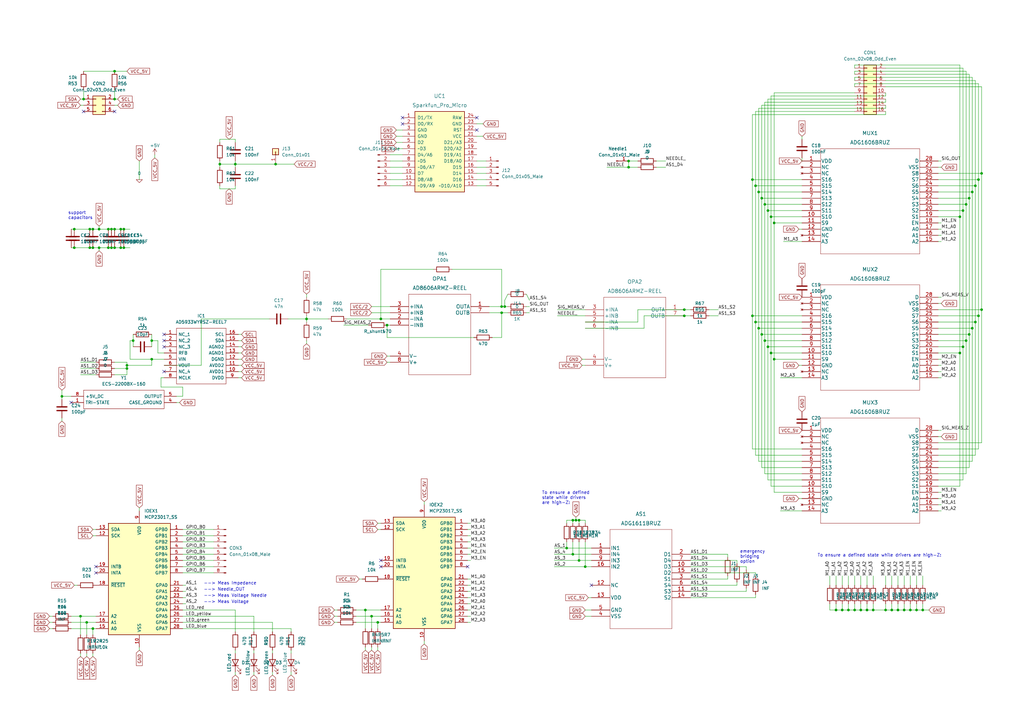
<source format=kicad_sch>
(kicad_sch (version 20211123) (generator eeschema)
  (paper "A3")
  (title_block (title "Sensory Interface Circuit") (date "2022-05-09") (rev "V1.0") (company "Research groop for Surgical Simulators Linz (ReSSL)") (comment 1 "Thomas Thurner"))
  (lib_symbols
    (symbol "AD8606:AD8606ARMZ-REEL" (pin_names (offset 0.254))
      (property "Reference" "U" (at 20.32 10.16 0))
      (property "Value" "AD8606ARMZ-REEL" (at 20.32 7.62 0))
      (symbol "AD8606ARMZ-REEL_1_1"
        (pin unspecified line (at 40.64 0 180) (length 7.62) (name "OUTA") (number "1"))
        (pin unspecified line (at 0 -5.08 0) (length 7.62) (name "-INA") (number "2"))
        (pin unspecified line (at 0 0 0) (length 7.62) (name "+INA") (number "3"))
        (pin power_in line (at 0 -20.32 0) (length 7.62) (name "V-") (number "4"))
        (pin unspecified line (at 0 -2.54 0) (length 7.62) (name "+INB") (number "5"))
        (pin unspecified line (at 0 -7.62 0) (length 7.62) (name "-INB") (number "6"))
        (pin unspecified line (at 40.64 -2.54 180) (length 7.62) (name "OUTB") (number "7"))
        (pin power_in line (at 0 -22.86 0) (length 7.62) (name "V+") (number "8"))
      )
    )
    (symbol "ADG1606:ADG1606BRUZ" (pin_names (offset 0.254))
      (property "Reference" "U" (at 27.94 10.16 0))
      (property "Value" "ADG1606BRUZ" (at 27.94 7.62 0))
      (symbol "ADG1606BRUZ_1_1"
        (pin power_in line (at 0 0 0) (length 7.62) (name "VDD") (number "1"))
        (pin bidirectional line (at 0 -22.86 0) (length 7.62) (name "S10") (number "10"))
        (pin bidirectional line (at 0 -25.4 0) (length 7.62) (name "S9") (number "11"))
        (pin power_in line (at 0 -27.94 0) (length 7.62) (name "GND") (number "12"))
        (pin no_connect line (at 0 -30.48 0) (length 7.62) (name "NC") (number "13"))
        (pin input line (at 0 -33.02 0) (length 7.62) (name "A3") (number "14"))
        (pin input line (at 55.88 -33.02 180) (length 7.62) (name "A2") (number "15"))
        (pin input line (at 55.88 -30.48 180) (length 7.62) (name "A1") (number "16"))
        (pin input line (at 55.88 -27.94 180) (length 7.62) (name "A0") (number "17"))
        (pin input line (at 55.88 -25.4 180) (length 7.62) (name "EN") (number "18"))
        (pin bidirectional line (at 55.88 -22.86 180) (length 7.62) (name "S1") (number "19"))
        (pin no_connect line (at 0 -2.54 0) (length 7.62) (name "NC") (number "2"))
        (pin bidirectional line (at 55.88 -20.32 180) (length 7.62) (name "S2") (number "20"))
        (pin bidirectional line (at 55.88 -17.78 180) (length 7.62) (name "S3") (number "21"))
        (pin bidirectional line (at 55.88 -15.24 180) (length 7.62) (name "S4") (number "22"))
        (pin bidirectional line (at 55.88 -12.7 180) (length 7.62) (name "S5") (number "23"))
        (pin bidirectional line (at 55.88 -10.16 180) (length 7.62) (name "S6") (number "24"))
        (pin bidirectional line (at 55.88 -7.62 180) (length 7.62) (name "S7") (number "25"))
        (pin bidirectional line (at 55.88 -5.08 180) (length 7.62) (name "S8") (number "26"))
        (pin power_in line (at 55.88 -2.54 180) (length 7.62) (name "VSS") (number "27"))
        (pin bidirectional line (at 55.88 0 180) (length 7.62) (name "D") (number "28"))
        (pin no_connect line (at 0 -5.08 0) (length 7.62) (name "NC") (number "3"))
        (pin bidirectional line (at 0 -7.62 0) (length 7.62) (name "S16") (number "4"))
        (pin bidirectional line (at 0 -10.16 0) (length 7.62) (name "S15") (number "5"))
        (pin bidirectional line (at 0 -12.7 0) (length 7.62) (name "S14") (number "6"))
        (pin bidirectional line (at 0 -15.24 0) (length 7.62) (name "S13") (number "7"))
        (pin bidirectional line (at 0 -17.78 0) (length 7.62) (name "S12") (number "8"))
        (pin bidirectional line (at 0 -20.32 0) (length 7.62) (name "S11") (number "9"))
      )
    )
    (symbol "ADG1611:ADG1611BRUZ" (pin_names (offset 0.254))
      (property "Reference" "U" (at 20.32 12.7 0))
      (property "Value" "ADG1611BRUZ" (at 20.32 10.16 0))
      (symbol "ADG1611BRUZ_1_1"
        (pin unspecified line (at 0 0 0) (length 7.62) (name "IN1") (number "1"))
        (pin unspecified line (at 40.64 -7.62 180) (length 7.62) (name "D3") (number "10"))
        (pin unspecified line (at 40.64 -17.78 180) (length 7.62) (name "S3") (number "11"))
        (pin unspecified line (at 0 -15.24 0) (length 7.62) (name "NC") (number "12"))
        (pin power_in line (at 0 -20.32 0) (length 7.62) (name "VDD") (number "13"))
        (pin unspecified line (at 40.64 -20.32 180) (length 7.62) (name "S2") (number "14"))
        (pin unspecified line (at 40.64 -10.16 180) (length 7.62) (name "D2") (number "15"))
        (pin unspecified line (at 0 -7.62 0) (length 7.62) (name "IN2") (number "16"))
        (pin unspecified line (at 40.64 -2.54 180) (length 7.62) (name "D1") (number "2"))
        (pin unspecified line (at 40.64 -12.7 180) (length 7.62) (name "S1") (number "3"))
        (pin unspecified line (at 0 -27.94 0) (length 7.62) (name "VSS") (number "4"))
        (pin unspecified line (at 0 -25.4 0) (length 7.62) (name "GND") (number "5"))
        (pin unspecified line (at 40.64 -15.24 180) (length 7.62) (name "S4") (number "6"))
        (pin unspecified line (at 40.64 -5.08 180) (length 7.62) (name "D4") (number "7"))
        (pin unspecified line (at 0 -2.54 0) (length 7.62) (name "IN4") (number "8"))
        (pin unspecified line (at 0 -5.08 0) (length 7.62) (name "IN3") (number "9"))
      )
    )
    (symbol "Arduino:Sparkfun_Pro_Micro" (pin_names (offset 1.016))
      (property "Reference" "U" (at -8.89 21.59 0))
      (property "Value" "Sparkfun_Pro_Micro" (at 0 19.05 0))
      (symbol "Sparkfun_Pro_Micro_1_1"
        (pin bidirectional line (at -15.24 15.24 0) (length 5.08) (name "D1/TX") (number "1"))
        (pin bidirectional line (at -15.24 -7.62 0) (length 5.08) (name "D7") (number "10"))
        (pin bidirectional line (at -15.24 -10.16 0) (length 5.08) (name "D8/A8") (number "11"))
        (pin bidirectional line (at -15.24 -12.7 0) (length 5.08) (name "~D9/A9") (number "12"))
        (pin bidirectional line (at 15.24 -12.7 180) (length 5.08) (name "~D10/A10") (number "13"))
        (pin bidirectional line (at 15.24 -10.16 180) (length 5.08) (name "D16") (number "14"))
        (pin bidirectional line (at 15.24 -7.62 180) (length 5.08) (name "D14") (number "15"))
        (pin bidirectional line (at 15.24 -5.08 180) (length 5.08) (name "D15") (number "16"))
        (pin bidirectional line (at 15.24 -2.54 180) (length 5.08) (name "D18/A0") (number "17"))
        (pin bidirectional line (at 15.24 0 180) (length 5.08) (name "D19/A1") (number "18"))
        (pin bidirectional line (at 15.24 2.54 180) (length 5.08) (name "D20/A2") (number "19"))
        (pin bidirectional line (at -15.24 12.7 0) (length 5.08) (name "D0/RX") (number "2"))
        (pin bidirectional line (at 15.24 5.08 180) (length 5.08) (name "D21/A3") (number "20"))
        (pin power_in line (at 15.24 7.62 180) (length 5.08) (name "VCC") (number "21"))
        (pin input line (at 15.24 10.16 180) (length 5.08) (name "RST") (number "22"))
        (pin power_in line (at 15.24 12.7 180) (length 5.08) (name "GND") (number "23"))
        (pin power_in line (at 15.24 15.24 180) (length 5.08) (name "RAW") (number "24"))
        (pin power_in line (at -15.24 10.16 0) (length 5.08) (name "GND") (number "3"))
        (pin power_in line (at -15.24 7.62 0) (length 5.08) (name "GND") (number "4"))
        (pin bidirectional line (at -15.24 5.08 0) (length 5.08) (name "D2") (number "5"))
        (pin bidirectional line (at -15.24 2.54 0) (length 5.08) (name "~D3") (number "6"))
        (pin bidirectional line (at -15.24 0 0) (length 5.08) (name "D4/A6") (number "7"))
        (pin bidirectional line (at -15.24 -2.54 0) (length 5.08) (name "~D5") (number "8"))
        (pin bidirectional line (at -15.24 -5.08 0) (length 5.08) (name "~D6/A7") (number "9"))
      )
    )
    (symbol "Connector:Conn_01x01_Male" (pin_names (offset 1.016) hide)
      (property "Reference" "J" (at 0 2.54 0))
      (property "Value" "Conn_01x01_Male" (at 0 -2.54 0))
      (symbol "Conn_01x01_Male_1_1"
        (pin passive line (at 5.08 0 180) (length 3.81) (name "Pin_1") (number "1"))
      )
    )
    (symbol "Connector:Conn_01x05_Male" (pin_names (offset 1.016) hide)
      (property "Reference" "J" (at 0 7.62 0))
      (property "Value" "Conn_01x05_Male" (at 0 -7.62 0))
      (symbol "Conn_01x05_Male_1_1"
        (pin passive line (at 5.08 5.08 180) (length 3.81) (name "Pin_1") (number "1"))
        (pin passive line (at 5.08 2.54 180) (length 3.81) (name "Pin_2") (number "2"))
        (pin passive line (at 5.08 0 180) (length 3.81) (name "Pin_3") (number "3"))
        (pin passive line (at 5.08 -2.54 180) (length 3.81) (name "Pin_4") (number "4"))
        (pin passive line (at 5.08 -5.08 180) (length 3.81) (name "Pin_5") (number "5"))
      )
    )
    (symbol "Connector:Conn_01x06_Male" (pin_names (offset 1.016) hide)
      (property "Reference" "J" (at 0 7.62 0))
      (property "Value" "Conn_01x06_Male" (at 0 -10.16 0))
      (symbol "Conn_01x06_Male_1_1"
        (pin passive line (at 5.08 5.08 180) (length 3.81) (name "Pin_1") (number "1"))
        (pin passive line (at 5.08 2.54 180) (length 3.81) (name "Pin_2") (number "2"))
        (pin passive line (at 5.08 0 180) (length 3.81) (name "Pin_3") (number "3"))
        (pin passive line (at 5.08 -2.54 180) (length 3.81) (name "Pin_4") (number "4"))
        (pin passive line (at 5.08 -5.08 180) (length 3.81) (name "Pin_5") (number "5"))
        (pin passive line (at 5.08 -7.62 180) (length 3.81) (name "Pin_6") (number "6"))
      )
    )
    (symbol "Connector:Conn_01x08_Male" (pin_names (offset 1.016) hide)
      (property "Reference" "J" (at 0 10.16 0))
      (property "Value" "Conn_01x08_Male" (at 0 -12.7 0))
      (symbol "Conn_01x08_Male_1_1"
        (pin passive line (at 5.08 7.62 180) (length 3.81) (name "Pin_1") (number "1"))
        (pin passive line (at 5.08 5.08 180) (length 3.81) (name "Pin_2") (number "2"))
        (pin passive line (at 5.08 2.54 180) (length 3.81) (name "Pin_3") (number "3"))
        (pin passive line (at 5.08 0 180) (length 3.81) (name "Pin_4") (number "4"))
        (pin passive line (at 5.08 -2.54 180) (length 3.81) (name "Pin_5") (number "5"))
        (pin passive line (at 5.08 -5.08 180) (length 3.81) (name "Pin_6") (number "6"))
        (pin passive line (at 5.08 -7.62 180) (length 3.81) (name "Pin_7") (number "7"))
        (pin passive line (at 5.08 -10.16 180) (length 3.81) (name "Pin_8") (number "8"))
      )
    )
    (symbol "Connector_Generic:Conn_01x01" (pin_names (offset 1.016) hide)
      (property "Reference" "J" (at 0 2.54 0))
      (property "Value" "Conn_01x01" (at 0 -2.54 0))
      (symbol "Conn_01x01_1_1"
        (pin passive line (at -5.08 0 0) (length 3.81) (name "Pin_1") (number "1"))
      )
    )
    (symbol "Connector_Generic:Conn_02x03_Odd_Even" (pin_names (offset 1.016) hide)
      (property "Reference" "J" (at 1.27 5.08 0))
      (property "Value" "Conn_02x03_Odd_Even" (at 1.27 -5.08 0))
      (symbol "Conn_02x03_Odd_Even_1_1"
        (pin passive line (at -5.08 2.54 0) (length 3.81) (name "Pin_1") (number "1"))
        (pin passive line (at 7.62 2.54 180) (length 3.81) (name "Pin_2") (number "2"))
        (pin passive line (at -5.08 0 0) (length 3.81) (name "Pin_3") (number "3"))
        (pin passive line (at 7.62 0 180) (length 3.81) (name "Pin_4") (number "4"))
        (pin passive line (at -5.08 -2.54 0) (length 3.81) (name "Pin_5") (number "5"))
        (pin passive line (at 7.62 -2.54 180) (length 3.81) (name "Pin_6") (number "6"))
      )
    )
    (symbol "Connector_Generic:Conn_02x08_Odd_Even" (pin_names (offset 1.016) hide)
      (property "Reference" "J" (at 1.27 10.16 0))
      (property "Value" "Conn_02x08_Odd_Even" (at 1.27 -12.7 0))
      (symbol "Conn_02x08_Odd_Even_1_1"
        (pin passive line (at -5.08 7.62 0) (length 3.81) (name "Pin_1") (number "1"))
        (pin passive line (at 7.62 -2.54 180) (length 3.81) (name "Pin_10") (number "10"))
        (pin passive line (at -5.08 -5.08 0) (length 3.81) (name "Pin_11") (number "11"))
        (pin passive line (at 7.62 -5.08 180) (length 3.81) (name "Pin_12") (number "12"))
        (pin passive line (at -5.08 -7.62 0) (length 3.81) (name "Pin_13") (number "13"))
        (pin passive line (at 7.62 -7.62 180) (length 3.81) (name "Pin_14") (number "14"))
        (pin passive line (at -5.08 -10.16 0) (length 3.81) (name "Pin_15") (number "15"))
        (pin passive line (at 7.62 -10.16 180) (length 3.81) (name "Pin_16") (number "16"))
        (pin passive line (at 7.62 7.62 180) (length 3.81) (name "Pin_2") (number "2"))
        (pin passive line (at -5.08 5.08 0) (length 3.81) (name "Pin_3") (number "3"))
        (pin passive line (at 7.62 5.08 180) (length 3.81) (name "Pin_4") (number "4"))
        (pin passive line (at -5.08 2.54 0) (length 3.81) (name "Pin_5") (number "5"))
        (pin passive line (at 7.62 2.54 180) (length 3.81) (name "Pin_6") (number "6"))
        (pin passive line (at -5.08 0 0) (length 3.81) (name "Pin_7") (number "7"))
        (pin passive line (at 7.62 0 180) (length 3.81) (name "Pin_8") (number "8"))
        (pin passive line (at -5.08 -2.54 0) (length 3.81) (name "Pin_9") (number "9"))
      )
    )
    (symbol "Device:C" (pin_numbers hide) (pin_names (offset 0.254))
      (property "Reference" "C" (at 0.635 2.54 0))
      (property "Value" "C" (at 0.635 -2.54 0))
      (symbol "C_1_1"
        (pin passive line (at 0 3.81 270) (length 2.794) (name "~") (number "1"))
        (pin passive line (at 0 -3.81 90) (length 2.794) (name "~") (number "2"))
      )
    )
    (symbol "Device:LED" (pin_numbers hide) (pin_names (offset 1.016) hide)
      (property "Reference" "D" (at 0 2.54 0))
      (property "Value" "LED" (at 0 -2.54 0))
      (symbol "LED_1_1"
        (pin passive line (at -3.81 0 0) (length 2.54) (name "K") (number "1"))
        (pin passive line (at 3.81 0 180) (length 2.54) (name "A") (number "2"))
      )
    )
    (symbol "Device:R" (pin_numbers hide) (pin_names (offset 0))
      (property "Reference" "R" (at 2.032 0 90))
      (property "Value" "R" (at 0 0 90))
      (symbol "R_1_1"
        (pin passive line (at 0 3.81 270) (length 1.27) (name "~") (number "1"))
        (pin passive line (at 0 -3.81 90) (length 1.27) (name "~") (number "2"))
      )
    )
    (symbol "Interface_Expansion:MCP23017_SS" (pin_names (offset 1.016))
      (property "Reference" "U" (at -11.43 24.13 0))
      (property "Value" "MCP23017_SS" (at 0 0 0))
      (symbol "MCP23017_SS_1_1"
        (pin bidirectional line (at 17.78 20.32 180) (length 5.08) (name "GPB0") (number "1"))
        (pin power_in line (at 0 -27.94 90) (length 5.08) (name "VSS") (number "10"))
        (pin no_connect line (at -12.7 15.24 0) (length 5.08) hide (name "NC") (number "11"))
        (pin input line (at -17.78 17.78 0) (length 5.08) (name "SCK") (number "12"))
        (pin bidirectional line (at -17.78 20.32 0) (length 5.08) (name "SDA") (number "13"))
        (pin no_connect line (at -12.7 12.7 0) (length 5.08) hide (name "NC") (number "14"))
        (pin input line (at -17.78 -20.32 0) (length 5.08) (name "A0") (number "15"))
        (pin input line (at -17.78 -17.78 0) (length 5.08) (name "A1") (number "16"))
        (pin input line (at -17.78 -15.24 0) (length 5.08) (name "A2") (number "17"))
        (pin input line (at -17.78 -2.54 0) (length 5.08) (name "~{RESET}") (number "18"))
        (pin tri_state line (at -17.78 5.08 0) (length 5.08) (name "INTB") (number "19"))
        (pin bidirectional line (at 17.78 17.78 180) (length 5.08) (name "GPB1") (number "2"))
        (pin tri_state line (at -17.78 2.54 0) (length 5.08) (name "INTA") (number "20"))
        (pin bidirectional line (at 17.78 -2.54 180) (length 5.08) (name "GPA0") (number "21"))
        (pin bidirectional line (at 17.78 -5.08 180) (length 5.08) (name "GPA1") (number "22"))
        (pin bidirectional line (at 17.78 -7.62 180) (length 5.08) (name "GPA2") (number "23"))
        (pin bidirectional line (at 17.78 -10.16 180) (length 5.08) (name "GPA3") (number "24"))
        (pin bidirectional line (at 17.78 -12.7 180) (length 5.08) (name "GPA4") (number "25"))
        (pin bidirectional line (at 17.78 -15.24 180) (length 5.08) (name "GPA5") (number "26"))
        (pin bidirectional line (at 17.78 -17.78 180) (length 5.08) (name "GPA6") (number "27"))
        (pin bidirectional line (at 17.78 -20.32 180) (length 5.08) (name "GPA7") (number "28"))
        (pin bidirectional line (at 17.78 15.24 180) (length 5.08) (name "GPB2") (number "3"))
        (pin bidirectional line (at 17.78 12.7 180) (length 5.08) (name "GPB3") (number "4"))
        (pin bidirectional line (at 17.78 10.16 180) (length 5.08) (name "GPB4") (number "5"))
        (pin bidirectional line (at 17.78 7.62 180) (length 5.08) (name "GPB5") (number "6"))
        (pin bidirectional line (at 17.78 5.08 180) (length 5.08) (name "GPB6") (number "7"))
        (pin bidirectional line (at 17.78 2.54 180) (length 5.08) (name "GPB7") (number "8"))
        (pin power_in line (at 0 27.94 270) (length 5.08) (name "VDD") (number "9"))
      )
    )
    (symbol "SamacSys_Parts:AD5933WYRSZ-REEL7" (pin_names (offset 0.762))
      (property "Reference" "IC" (at 26.67 7.62 0))
      (property "Value" "AD5933WYRSZ-REEL7" (at 26.67 5.08 0))
      (symbol "AD5933WYRSZ-REEL7_0_0"
        (pin passive line (at 0 0 0) (length 5.08) (name "NC_1") (number "1"))
        (pin power_in line (at 30.48 -15.24 180) (length 5.08) (name "AVDD1") (number "10"))
        (pin power_in line (at 30.48 -12.7 180) (length 5.08) (name "AVDD2") (number "11"))
        (pin power_in line (at 30.48 -10.16 180) (length 5.08) (name "DGND") (number "12"))
        (pin power_in line (at 30.48 -7.62 180) (length 5.08) (name "AGND1") (number "13"))
        (pin power_in line (at 30.48 -5.08 180) (length 5.08) (name "AGND2") (number "14"))
        (pin bidirectional line (at 30.48 -2.54 180) (length 5.08) (name "SDA") (number "15"))
        (pin input line (at 30.48 0 180) (length 5.08) (name "SCL") (number "16"))
        (pin passive line (at 0 -2.54 0) (length 5.08) (name "NC_2") (number "2"))
        (pin passive line (at 0 -5.08 0) (length 5.08) (name "NC_3") (number "3"))
        (pin input line (at 0 -7.62 0) (length 5.08) (name "RFB") (number "4"))
        (pin input line (at 0 -10.16 0) (length 5.08) (name "VIN") (number "5"))
        (pin output line (at 0 -12.7 0) (length 5.08) (name "VOUT") (number "6"))
        (pin passive line (at 0 -15.24 0) (length 5.08) (name "NC_4") (number "7"))
        (pin input line (at 0 -17.78 0) (length 5.08) (name "MCLK") (number "8"))
        (pin power_in line (at 30.48 -17.78 180) (length 5.08) (name "DVDD") (number "9"))
      )
    )
    (symbol "SamacSys_Parts:ECS-2200BX-160" (pin_names (offset 0.762))
      (property "Reference" "Y" (at 39.37 7.62 0))
      (property "Value" "ECS-2200BX-160" (at 39.37 5.08 0))
      (symbol "ECS-2200BX-160_0_0"
        (pin passive line (at 0 -2.54 0) (length 5.08) (name "TRI-STATE") (number "1"))
        (pin passive line (at 43.18 -2.54 180) (length 5.08) (name "CASE_GROUND") (number "4"))
        (pin passive line (at 43.18 0 180) (length 5.08) (name "OUTPUT") (number "5"))
        (pin passive line (at 0 0 0) (length 5.08) (name "+5V_DC") (number "8"))
      )
    )
    (symbol "power:+5V" (power) (pin_names (offset 0))
      (property "Value" "+5V" (at 0 3.556 0))
      (symbol "+5V_1_1"
        (pin power_in line (at 0 0 90) (length 0) hide (name "+5V") (number "1"))
      )
    )
    (symbol "pspice:0" (power) (pin_names (offset 0))
      (property "Value" "0" (at 0 -1.778 0))
      (symbol "0_1_1"
        (pin power_in line (at 0 0 0) (length 0) hide (name "0") (number "1"))
      )
    )
  )
  (junction (at 152.4 252.73))
  (junction (at 402.59 71.12))
  (junction (at 398.78 78.74))
  (junction (at 316.23 88.9))
  (junction (at 311.15 78.74))
  (junction (at 342.9 250.19))
  (junction (at 30.48 93.98))
  (junction (at 397.51 81.28))
  (junction (at 205.74 125.73))
  (junction (at 33.02 252.73))
  (junction (at 316.23 144.78))
  (junction (at 156.21 130.81))
  (junction (at 394.97 142.24))
  (junction (at 313.69 83.82))
  (junction (at 46.99 93.98))
  (junction (at 46.99 40.64))
  (junction (at 40.64 93.98))
  (junction (at 237.49 229.87))
  (junction (at 38.1 101.6))
  (junction (at 45.72 101.6))
  (junction (at 62.23 139.7))
  (junction (at 309.88 132.08))
  (junction (at 393.7 144.78))
  (junction (at 149.86 250.19))
  (junction (at 317.5 91.44))
  (junction (at 54.61 139.7))
  (junction (at 280.67 129.54))
  (junction (at 30.48 101.6))
  (junction (at 234.95 213.36))
  (junction (at 358.14 250.19))
  (junction (at 234.95 227.33))
  (junction (at 236.22 213.36))
  (junction (at 36.83 101.6))
  (junction (at 353.06 250.19))
  (junction (at 25.4 162.56))
  (junction (at 314.96 86.36))
  (junction (at 45.72 93.98))
  (junction (at 52.07 151.13))
  (junction (at 52.07 149.86))
  (junction (at 401.32 73.66))
  (junction (at 49.53 93.98))
  (junction (at 347.98 250.19))
  (junction (at 46.99 101.6))
  (junction (at 375.92 250.19))
  (junction (at 365.76 250.19))
  (junction (at 355.6 250.19))
  (junction (at 280.67 127))
  (junction (at 368.3 250.19))
  (junction (at 402.59 127))
  (junction (at 400.05 76.2))
  (junction (at 396.24 83.82))
  (junction (at 370.84 250.19))
  (junction (at 50.8 101.6))
  (junction (at 113.03 67.31))
  (junction (at 373.38 250.19))
  (junction (at 397.51 137.16))
  (junction (at 257.81 68.58))
  (junction (at 398.78 134.62))
  (junction (at 363.22 250.19))
  (junction (at 158.75 133.35))
  (junction (at 50.8 93.98))
  (junction (at 62.23 147.32))
  (junction (at 393.7 88.9))
  (junction (at 34.29 40.64))
  (junction (at 38.1 93.98))
  (junction (at 312.42 81.28))
  (junction (at 232.41 224.79))
  (junction (at 36.83 93.98))
  (junction (at 44.45 101.6))
  (junction (at 396.24 139.7))
  (junction (at 237.49 213.36))
  (junction (at 350.52 250.19))
  (junction (at 313.69 139.7))
  (junction (at 40.64 101.6))
  (junction (at 308.61 73.66))
  (junction (at 378.46 250.19))
  (junction (at 207.01 125.73))
  (junction (at 46.99 29.21))
  (junction (at 309.88 76.2))
  (junction (at 90.17 67.31))
  (junction (at 394.97 86.36))
  (junction (at 35.56 255.27))
  (junction (at 96.52 67.31))
  (junction (at 345.44 250.19))
  (junction (at 317.5 147.32))
  (junction (at 125.73 130.81))
  (junction (at 308.61 129.54))
  (junction (at 240.03 232.41))
  (junction (at 314.96 142.24))
  (junction (at 401.32 129.54))
  (junction (at 205.74 128.27))
  (junction (at 154.94 255.27))
  (junction (at 257.81 66.04))
  (junction (at 38.1 257.81))
  (junction (at 49.53 101.6))
  (junction (at 44.45 93.98))
  (junction (at 400.05 132.08))
  (junction (at 312.42 137.16))
  (junction (at 311.15 134.62))
  (no_connect (at 29.21 165.1))
  (no_connect (at 67.31 137.16))
  (no_connect (at 67.31 139.7))
  (no_connect (at 67.31 142.24))
  (no_connect (at 191.77 232.41))
  (no_connect (at 34.29 45.72))
  (no_connect (at 46.99 45.72))
  (no_connect (at 156.21 229.87))
  (no_connect (at 156.21 232.41))
  (no_connect (at 242.57 240.03))
  (no_connect (at 195.58 48.26))
  (no_connect (at 165.1 48.26))
  (no_connect (at 165.1 50.8))
  (no_connect (at 195.58 53.34))
  (no_connect (at 67.31 152.4))
  (no_connect (at 39.37 234.95))
  (no_connect (at 39.37 232.41))
  (wire (pts (xy 234.95 213.36) (xy 234.95 214.63)))
  (wire (pts (xy 327.66 93.98) (xy 328.93 93.98)))
  (wire (pts (xy 328.93 189.23) (xy 311.15 189.23)))
  (wire (pts (xy 35.56 255.27) (xy 39.37 255.27)))
  (wire (pts (xy 350.52 34.29) (xy 401.32 34.29)))
  (wire (pts (xy 62.23 139.7) (xy 62.23 142.24)))
  (wire (pts (xy 353.06 236.22) (xy 353.06 240.03)))
  (wire (pts (xy 298.45 237.49) (xy 283.21 237.49)))
  (wire (pts (xy 152.4 252.73) (xy 156.21 252.73)))
  (wire (pts (xy 52.07 149.86) (xy 52.07 151.13)))
  (wire (pts (xy 33.02 40.64) (xy 34.29 40.64)))
  (wire (pts (xy 363.22 35.56) (xy 402.59 35.56)))
  (wire (pts (xy 317.5 91.44) (xy 317.5 147.32)))
  (wire (pts (xy 74.93 234.95) (xy 87.63 234.95)))
  (wire (pts (xy 328.93 196.85) (xy 314.96 196.85)))
  (wire (pts (xy 152.4 128.27) (xy 160.02 128.27)))
  (wire (pts (xy 74.93 158.75) (xy 66.04 158.75)))
  (wire (pts (xy 62.23 147.32) (xy 62.23 149.86)))
  (wire (pts (xy 311.15 78.74) (xy 311.15 134.62)))
  (wire (pts (xy 298.45 227.33) (xy 283.21 227.33)))
  (wire (pts (xy 314.96 142.24) (xy 328.93 142.24)))
  (wire (pts (xy 57.15 208.28) (xy 57.15 209.55)))
  (wire (pts (xy 240.03 250.19) (xy 242.57 250.19)))
  (wire (pts (xy 158.75 146.05) (xy 160.02 146.05)))
  (wire (pts (xy 328.93 199.39) (xy 316.23 199.39)))
  (wire (pts (xy 363.22 46.99) (xy 308.61 46.99)))
  (wire (pts (xy 97.79 149.86) (xy 99.06 149.86)))
  (wire (pts (xy 193.04 237.49) (xy 191.77 237.49)))
  (wire (pts (xy 394.97 86.36) (xy 394.97 142.24)))
  (wire (pts (xy 160.02 73.66) (xy 165.1 73.66)))
  (wire (pts (xy 378.46 250.19) (xy 381 250.19)))
  (wire (pts (xy 193.04 240.03) (xy 191.77 240.03)))
  (wire (pts (xy 96.52 67.31) (xy 113.03 67.31)))
  (wire (pts (xy 158.75 148.59) (xy 160.02 148.59)))
  (wire (pts (xy 314.96 142.24) (xy 314.96 196.85)))
  (wire (pts (xy 50.8 101.6) (xy 53.34 101.6)))
  (wire (pts (xy 401.32 129.54) (xy 401.32 184.15)))
  (wire (pts (xy 205.74 128.27) (xy 200.66 128.27)))
  (wire (pts (xy 327.66 149.86) (xy 328.93 149.86)))
  (wire (pts (xy 306.07 232.41) (xy 283.21 232.41)))
  (wire (pts (xy 33.02 153.67) (xy 39.37 153.67)))
  (wire (pts (xy 40.64 93.98) (xy 44.45 93.98)))
  (wire (pts (xy 193.04 217.17) (xy 191.77 217.17)))
  (wire (pts (xy 386.08 201.93) (xy 384.81 201.93)))
  (wire (pts (xy 290.83 127) (xy 294.64 127)))
  (wire (pts (xy 386.08 124.46) (xy 384.81 124.46)))
  (wire (pts (xy 57.15 266.7) (xy 57.15 265.43)))
  (wire (pts (xy 154.94 255.27) (xy 154.94 257.81)))
  (wire (pts (xy 400.05 33.02) (xy 400.05 76.2)))
  (wire (pts (xy 328.93 186.69) (xy 309.88 186.69)))
  (wire (pts (xy 345.44 247.65) (xy 345.44 250.19)))
  (wire (pts (xy 370.84 247.65) (xy 370.84 250.19)))
  (wire (pts (xy 393.7 144.78) (xy 384.81 144.78)))
  (wire (pts (xy 111.76 275.59) (xy 111.76 276.86)))
  (wire (pts (xy 384.81 76.2) (xy 400.05 76.2)))
  (wire (pts (xy 384.81 129.54) (xy 401.32 129.54)))
  (wire (pts (xy 350.52 30.48) (xy 350.52 29.21)))
  (wire (pts (xy 72.39 162.56) (xy 74.93 162.56)))
  (wire (pts (xy 195.58 71.12) (xy 199.39 71.12)))
  (wire (pts (xy 313.69 83.82) (xy 313.69 139.7)))
  (wire (pts (xy 90.17 57.15) (xy 96.52 57.15)))
  (wire (pts (xy 96.52 266.7) (xy 96.52 267.97)))
  (wire (pts (xy 283.21 245.11) (xy 309.88 245.11)))
  (wire (pts (xy 328.93 91.44) (xy 317.5 91.44)))
  (wire (pts (xy 173.99 205.74) (xy 173.99 207.01)))
  (wire (pts (xy 363.22 27.94) (xy 394.97 27.94)))
  (wire (pts (xy 384.81 78.74) (xy 398.78 78.74)))
  (wire (pts (xy 308.61 129.54) (xy 328.93 129.54)))
  (wire (pts (xy 195.58 55.88) (xy 198.12 55.88)))
  (wire (pts (xy 384.81 181.61) (xy 402.59 181.61)))
  (wire (pts (xy 398.78 31.75) (xy 398.78 78.74)))
  (wire (pts (xy 386.08 149.86) (xy 384.81 149.86)))
  (wire (pts (xy 350.52 35.56) (xy 350.52 34.29)))
  (wire (pts (xy 119.38 275.59) (xy 119.38 276.86)))
  (wire (pts (xy 386.08 91.44) (xy 384.81 91.44)))
  (wire (pts (xy 57.15 66.04) (xy 57.15 73.66)))
  (wire (pts (xy 90.17 77.47) (xy 96.52 77.47)))
  (wire (pts (xy 74.93 229.87) (xy 87.63 229.87)))
  (wire (pts (xy 193.04 219.71) (xy 191.77 219.71)))
  (wire (pts (xy 82.55 149.86) (xy 82.55 130.81)))
  (wire (pts (xy 386.08 154.94) (xy 384.81 154.94)))
  (wire (pts (xy 236.22 213.36) (xy 237.49 213.36)))
  (wire (pts (xy 154.94 255.27) (xy 156.21 255.27)))
  (wire (pts (xy 193.04 227.33) (xy 191.77 227.33)))
  (wire (pts (xy 125.73 129.54) (xy 125.73 130.81)))
  (wire (pts (xy 328.93 73.66) (xy 308.61 73.66)))
  (wire (pts (xy 33.02 267.97) (xy 33.02 269.24)))
  (wire (pts (xy 368.3 236.22) (xy 368.3 240.03)))
  (wire (pts (xy 205.74 125.73) (xy 207.01 125.73)))
  (wire (pts (xy 378.46 236.22) (xy 378.46 240.03)))
  (wire (pts (xy 97.79 142.24) (xy 99.06 142.24)))
  (wire (pts (xy 240.03 252.73) (xy 242.57 252.73)))
  (wire (pts (xy 320.04 209.55) (xy 328.93 209.55)))
  (wire (pts (xy 370.84 236.22) (xy 370.84 240.03)))
  (wire (pts (xy 152.4 266.7) (xy 152.4 265.43)))
  (wire (pts (xy 193.04 229.87) (xy 191.77 229.87)))
  (wire (pts (xy 38.1 257.81) (xy 38.1 260.35)))
  (wire (pts (xy 350.52 250.19) (xy 353.06 250.19)))
  (wire (pts (xy 234.95 227.33) (xy 242.57 227.33)))
  (wire (pts (xy 193.04 255.27) (xy 191.77 255.27)))
  (wire (pts (xy 97.79 154.94) (xy 99.06 154.94)))
  (wire (pts (xy 104.14 252.73) (xy 104.14 259.08)))
  (wire (pts (xy 152.4 252.73) (xy 152.4 257.81)))
  (wire (pts (xy 316.23 88.9) (xy 316.23 144.78)))
  (wire (pts (xy 234.95 222.25) (xy 234.95 227.33)))
  (wire (pts (xy 29.21 257.81) (xy 38.1 257.81)))
  (wire (pts (xy 355.6 247.65) (xy 355.6 250.19)))
  (wire (pts (xy 228.6 129.54) (xy 240.03 129.54)))
  (wire (pts (xy 328.93 64.77) (xy 328.93 66.04)))
  (wire (pts (xy 384.81 139.7) (xy 396.24 139.7)))
  (wire (pts (xy 35.56 267.97) (xy 35.56 269.24)))
  (wire (pts (xy 205.74 110.49) (xy 205.74 125.73)))
  (wire (pts (xy 90.17 66.04) (xy 90.17 67.31)))
  (wire (pts (xy 185.42 110.49) (xy 205.74 110.49)))
  (wire (pts (xy 227.33 227.33) (xy 234.95 227.33)))
  (wire (pts (xy 158.75 133.35) (xy 158.75 138.43)))
  (wire (pts (xy 46.99 36.83) (xy 46.99 40.64)))
  (wire (pts (xy 386.08 179.07) (xy 384.81 179.07)))
  (wire (pts (xy 393.7 26.67) (xy 393.7 88.9)))
  (wire (pts (xy 308.61 129.54) (xy 308.61 184.15)))
  (wire (pts (xy 328.93 184.15) (xy 308.61 184.15)))
  (wire (pts (xy 400.05 76.2) (xy 400.05 132.08)))
  (wire (pts (xy 74.93 252.73) (xy 104.14 252.73)))
  (wire (pts (xy 316.23 39.37) (xy 316.23 88.9)))
  (wire (pts (xy 306.07 241.3) (xy 306.07 242.57)))
  (wire (pts (xy 350.52 31.75) (xy 398.78 31.75)))
  (wire (pts (xy 365.76 250.19) (xy 368.3 250.19)))
  (wire (pts (xy 397.51 30.48) (xy 397.51 81.28)))
  (wire (pts (xy 378.46 247.65) (xy 378.46 250.19)))
  (wire (pts (xy 46.99 40.64) (xy 48.26 40.64)))
  (wire (pts (xy 97.79 144.78) (xy 99.06 144.78)))
  (wire (pts (xy 309.88 132.08) (xy 309.88 186.69)))
  (wire (pts (xy 25.4 172.72) (xy 25.4 171.45)))
  (wire (pts (xy 386.08 121.92) (xy 384.81 121.92)))
  (wire (pts (xy 147.32 237.49) (xy 148.59 237.49)))
  (wire (pts (xy 342.9 247.65) (xy 342.9 250.19)))
  (wire (pts (xy 269.24 68.58) (xy 273.05 68.58)))
  (wire (pts (xy 248.92 68.58) (xy 257.81 68.58)))
  (wire (pts (xy 328.93 191.77) (xy 312.42 191.77)))
  (wire (pts (xy 97.79 152.4) (xy 99.06 152.4)))
  (wire (pts (xy 347.98 247.65) (xy 347.98 250.19)))
  (wire (pts (xy 154.94 217.17) (xy 156.21 217.17)))
  (wire (pts (xy 25.4 163.83) (xy 25.4 162.56)))
  (wire (pts (xy 20.32 257.81) (xy 21.59 257.81)))
  (wire (pts (xy 328.93 201.93) (xy 317.5 201.93)))
  (wire (pts (xy 368.3 247.65) (xy 368.3 250.19)))
  (wire (pts (xy 363.22 41.91) (xy 313.69 41.91)))
  (wire (pts (xy 96.52 67.31) (xy 96.52 68.58)))
  (wire (pts (xy 195.58 50.8) (xy 198.12 50.8)))
  (wire (pts (xy 340.36 247.65) (xy 340.36 250.19)))
  (wire (pts (xy 311.15 44.45) (xy 311.15 78.74)))
  (wire (pts (xy 104.14 266.7) (xy 104.14 267.97)))
  (wire (pts (xy 316.23 144.78) (xy 328.93 144.78)))
  (wire (pts (xy 195.58 73.66) (xy 199.39 73.66)))
  (wire (pts (xy 193.04 242.57) (xy 191.77 242.57)))
  (wire (pts (xy 74.93 219.71) (xy 87.63 219.71)))
  (wire (pts (xy 350.52 45.72) (xy 309.88 45.72)))
  (wire (pts (xy 386.08 152.4) (xy 384.81 152.4)))
  (wire (pts (xy 160.02 68.58) (xy 165.1 68.58)))
  (wire (pts (xy 193.04 224.79) (xy 191.77 224.79)))
  (wire (pts (xy 327.66 204.47) (xy 328.93 204.47)))
  (wire (pts (xy 158.75 133.35) (xy 160.02 133.35)))
  (wire (pts (xy 64.77 139.7) (xy 64.77 144.78)))
  (wire (pts (xy 25.4 160.02) (xy 25.4 162.56)))
  (wire (pts (xy 386.08 99.06) (xy 384.81 99.06)))
  (wire (pts (xy 386.08 207.01) (xy 384.81 207.01)))
  (wire (pts (xy 46.99 101.6) (xy 49.53 101.6)))
  (wire (pts (xy 50.8 93.98) (xy 53.34 93.98)))
  (wire (pts (xy 125.73 130.81) (xy 134.62 130.81)))
  (wire (pts (xy 74.93 162.56) (xy 74.93 158.75)))
  (wire (pts (xy 302.26 240.03) (xy 283.21 240.03)))
  (wire (pts (xy 394.97 142.24) (xy 394.97 196.85)))
  (wire (pts (xy 393.7 88.9) (xy 393.7 144.78)))
  (wire (pts (xy 353.06 250.19) (xy 355.6 250.19)))
  (wire (pts (xy 397.51 137.16) (xy 397.51 191.77)))
  (wire (pts (xy 160.02 76.2) (xy 165.1 76.2)))
  (wire (pts (xy 342.9 250.19) (xy 345.44 250.19)))
  (wire (pts (xy 264.16 129.54) (xy 280.67 129.54)))
  (wire (pts (xy 280.67 127) (xy 283.21 127)))
  (wire (pts (xy 36.83 101.6) (xy 38.1 101.6)))
  (wire (pts (xy 308.61 73.66) (xy 308.61 129.54)))
  (wire (pts (xy 158.75 138.43) (xy 194.31 138.43)))
  (wire (pts (xy 358.14 250.19) (xy 363.22 250.19)))
  (wire (pts (xy 350.52 27.94) (xy 350.52 26.67)))
  (wire (pts (xy 373.38 236.22) (xy 373.38 240.03)))
  (wire (pts (xy 384.81 86.36) (xy 394.97 86.36)))
  (wire (pts (xy 156.21 130.81) (xy 160.02 130.81)))
  (wire (pts (xy 309.88 45.72) (xy 309.88 76.2)))
  (wire (pts (xy 386.08 66.04) (xy 384.81 66.04)))
  (wire (pts (xy 111.76 266.7) (xy 111.76 267.97)))
  (wire (pts (xy 402.59 35.56) (xy 402.59 71.12)))
  (wire (pts (xy 74.93 250.19) (xy 96.52 250.19)))
  (wire (pts (xy 29.21 252.73) (xy 33.02 252.73)))
  (wire (pts (xy 52.07 149.86) (xy 62.23 149.86)))
  (wire (pts (xy 290.83 129.54) (xy 294.64 129.54)))
  (wire (pts (xy 396.24 29.21) (xy 396.24 83.82)))
  (wire (pts (xy 73.66 165.1) (xy 72.39 165.1)))
  (wire (pts (xy 33.02 148.59) (xy 39.37 148.59)))
  (wire (pts (xy 309.88 234.95) (xy 283.21 234.95)))
  (wire (pts (xy 384.81 147.32) (xy 386.08 147.32)))
  (wire (pts (xy 20.32 255.27) (xy 21.59 255.27)))
  (wire (pts (xy 45.72 93.98) (xy 46.99 93.98)))
  (wire (pts (xy 96.52 275.59) (xy 96.52 276.86)))
  (wire (pts (xy 40.64 101.6) (xy 40.64 102.87)))
  (wire (pts (xy 384.81 191.77) (xy 397.51 191.77)))
  (wire (pts (xy 309.88 243.84) (xy 309.88 245.11)))
  (wire (pts (xy 238.76 147.32) (xy 240.03 147.32)))
  (wire (pts (xy 232.41 222.25) (xy 232.41 224.79)))
  (wire (pts (xy 146.05 250.19) (xy 149.86 250.19)))
  (wire (pts (xy 264.16 134.62) (xy 264.16 129.54)))
  (wire (pts (xy 340.36 236.22) (xy 340.36 240.03)))
  (wire (pts (xy 30.48 240.03) (xy 31.75 240.03)))
  (wire (pts (xy 96.52 250.19) (xy 96.52 259.08)))
  (wire (pts (xy 257.81 66.04) (xy 261.62 66.04)))
  (wire (pts (xy 370.84 250.19) (xy 373.38 250.19)))
  (wire (pts (xy 35.56 255.27) (xy 35.56 260.35)))
  (wire (pts (xy 29.21 93.98) (xy 30.48 93.98)))
  (wire (pts (xy 46.99 93.98) (xy 49.53 93.98)))
  (wire (pts (xy 280.67 129.54) (xy 283.21 129.54)))
  (wire (pts (xy 64.77 144.78) (xy 67.31 144.78)))
  (wire (pts (xy 396.24 194.31) (xy 384.81 194.31)))
  (wire (pts (xy 154.94 266.7) (xy 154.94 265.43)))
  (wire (pts (xy 236.22 212.09) (xy 236.22 213.36)))
  (wire (pts (xy 393.7 144.78) (xy 393.7 199.39)))
  (wire (pts (xy 321.31 99.06) (xy 328.93 99.06)))
  (wire (pts (xy 125.73 120.65) (xy 125.73 121.92)))
  (wire (pts (xy 309.88 76.2) (xy 309.88 132.08)))
  (wire (pts (xy 302.26 229.87) (xy 283.21 229.87)))
  (wire (pts (xy 173.99 264.16) (xy 173.99 262.89)))
  (wire (pts (xy 38.1 257.81) (xy 39.37 257.81)))
  (wire (pts (xy 137.16 250.19) (xy 138.43 250.19)))
  (wire (pts (xy 205.74 138.43) (xy 205.74 128.27)))
  (wire (pts (xy 74.93 217.17) (xy 87.63 217.17)))
  (wire (pts (xy 342.9 236.22) (xy 342.9 240.03)))
  (wire (pts (xy 313.69 41.91) (xy 313.69 83.82)))
  (wire (pts (xy 232.41 224.79) (xy 242.57 224.79)))
  (wire (pts (xy 384.81 81.28) (xy 397.51 81.28)))
  (wire (pts (xy 33.02 252.73) (xy 39.37 252.73)))
  (wire (pts (xy 375.92 247.65) (xy 375.92 250.19)))
  (wire (pts (xy 320.04 154.94) (xy 328.93 154.94)))
  (wire (pts (xy 74.93 257.81) (xy 119.38 257.81)))
  (wire (pts (xy 29.21 101.6) (xy 30.48 101.6)))
  (wire (pts (xy 74.93 222.25) (xy 87.63 222.25)))
  (wire (pts (xy 46.99 151.13) (xy 52.07 151.13)))
  (wire (pts (xy 298.45 236.22) (xy 298.45 237.49)))
  (wire (pts (xy 373.38 247.65) (xy 373.38 250.19)))
  (wire (pts (xy 384.81 134.62) (xy 398.78 134.62)))
  (wire (pts (xy 345.44 236.22) (xy 345.44 240.03)))
  (wire (pts (xy 162.56 58.42) (xy 165.1 58.42)))
  (wire (pts (xy 149.86 250.19) (xy 156.21 250.19)))
  (wire (pts (xy 269.24 66.04) (xy 273.05 66.04)))
  (wire (pts (xy 96.52 66.04) (xy 96.52 67.31)))
  (wire (pts (xy 53.34 147.32) (xy 62.23 147.32)))
  (wire (pts (xy 33.02 252.73) (xy 33.02 260.35)))
  (wire (pts (xy 118.11 130.81) (xy 125.73 130.81)))
  (wire (pts (xy 44.45 101.6) (xy 45.72 101.6)))
  (wire (pts (xy 237.49 213.36) (xy 240.03 213.36)))
  (wire (pts (xy 308.61 46.99) (xy 308.61 73.66)))
  (wire (pts (xy 53.34 139.7) (xy 53.34 147.32)))
  (wire (pts (xy 396.24 139.7) (xy 396.24 194.31)))
  (wire (pts (xy 96.52 57.15) (xy 96.52 58.42)))
  (wire (pts (xy 306.07 233.68) (xy 306.07 232.41)))
  (wire (pts (xy 90.17 76.2) (xy 90.17 77.47)))
  (wire (pts (xy 363.22 43.18) (xy 363.22 44.45)))
  (wire (pts (xy 149.86 250.19) (xy 149.86 257.81)))
  (wire (pts (xy 355.6 250.19) (xy 358.14 250.19)))
  (wire (pts (xy 160.02 71.12) (xy 165.1 71.12)))
  (wire (pts (xy 384.81 71.12) (xy 402.59 71.12)))
  (wire (pts (xy 74.93 247.65) (xy 76.2 247.65)))
  (wire (pts (xy 396.24 83.82) (xy 396.24 139.7)))
  (wire (pts (xy 313.69 139.7) (xy 313.69 194.31)))
  (wire (pts (xy 317.5 38.1) (xy 317.5 91.44)))
  (wire (pts (xy 33.02 43.18) (xy 34.29 43.18)))
  (wire (pts (xy 283.21 242.57) (xy 306.07 242.57)))
  (wire (pts (xy 90.17 67.31) (xy 96.52 67.31)))
  (wire (pts (xy 386.08 93.98) (xy 384.81 93.98)))
  (wire (pts (xy 312.42 43.18) (xy 312.42 81.28)))
  (wire (pts (xy 46.99 148.59) (xy 52.07 148.59)))
  (wire (pts (xy 34.29 29.21) (xy 46.99 29.21)))
  (wire (pts (xy 193.04 247.65) (xy 191.77 247.65)))
  (wire (pts (xy 317.5 147.32) (xy 317.5 201.93)))
  (wire (pts (xy 227.33 232.41) (xy 240.03 232.41)))
  (wire (pts (xy 49.53 93.98) (xy 50.8 93.98)))
  (wire (pts (xy 227.33 224.79) (xy 232.41 224.79)))
  (wire (pts (xy 67.31 149.86) (xy 82.55 149.86)))
  (wire (pts (xy 62.23 139.7) (xy 64.77 139.7)))
  (wire (pts (xy 312.42 137.16) (xy 328.93 137.16)))
  (wire (pts (xy 162.56 60.96) (xy 165.1 60.96)))
  (wire (pts (xy 193.04 214.63) (xy 191.77 214.63)))
  (wire (pts (xy 228.6 127) (xy 240.03 127)))
  (wire (pts (xy 384.81 88.9) (xy 393.7 88.9)))
  (wire (pts (xy 375.92 250.19) (xy 378.46 250.19)))
  (wire (pts (xy 82.55 130.81) (xy 110.49 130.81)))
  (wire (pts (xy 363.22 236.22) (xy 363.22 240.03)))
  (wire (pts (xy 384.81 73.66) (xy 401.32 73.66)))
  (wire (pts (xy 237.49 229.87) (xy 242.57 229.87)))
  (wire (pts (xy 193.04 250.19) (xy 191.77 250.19)))
  (wire (pts (xy 328.93 86.36) (xy 314.96 86.36)))
  (wire (pts (xy 193.04 245.11) (xy 191.77 245.11)))
  (wire (pts (xy 146.05 255.27) (xy 154.94 255.27)))
  (wire (pts (xy 312.42 137.16) (xy 312.42 191.77)))
  (wire (pts (xy 402.59 71.12) (xy 402.59 127)))
  (wire (pts (xy 302.26 238.76) (xy 302.26 240.03)))
  (wire (pts (xy 74.93 245.11) (xy 76.2 245.11)))
  (wire (pts (xy 368.3 250.19) (xy 370.84 250.19)))
  (wire (pts (xy 119.38 266.7) (xy 119.38 267.97)))
  (wire (pts (xy 355.6 236.22) (xy 355.6 240.03)))
  (wire (pts (xy 40.64 101.6) (xy 44.45 101.6)))
  (wire (pts (xy 97.79 137.16) (xy 99.06 137.16)))
  (wire (pts (xy 63.5 63.5) (xy 63.5 64.77)))
  (wire (pts (xy 240.03 232.41) (xy 242.57 232.41)))
  (wire (pts (xy 227.33 229.87) (xy 237.49 229.87)))
  (wire (pts (xy 317.5 147.32) (xy 328.93 147.32)))
  (wire (pts (xy 350.52 33.02) (xy 350.52 31.75)))
  (wire (pts (xy 328.93 83.82) (xy 313.69 83.82)))
  (wire (pts (xy 398.78 189.23) (xy 384.81 189.23)))
  (wire (pts (xy 205.74 128.27) (xy 208.28 128.27)))
  (wire (pts (xy 298.45 228.6) (xy 298.45 227.33)))
  (wire (pts (xy 402.59 127) (xy 384.81 127)))
  (wire (pts (xy 152.4 125.73) (xy 160.02 125.73)))
  (wire (pts (xy 52.07 151.13) (xy 52.07 153.67)))
  (wire (pts (xy 162.56 55.88) (xy 165.1 55.88)))
  (wire (pts (xy 384.81 199.39) (xy 393.7 199.39)))
  (wire (pts (xy 240.03 132.08) (xy 261.62 132.08)))
  (wire (pts (xy 154.94 214.63) (xy 156.21 214.63)))
  (wire (pts (xy 314.96 40.64) (xy 314.96 86.36)))
  (wire (pts (xy 217.17 123.19) (xy 215.9 120.65)))
  (wire (pts (xy 74.93 224.79) (xy 87.63 224.79)))
  (wire (pts (xy 140.97 133.35) (xy 151.13 133.35)))
  (wire (pts (xy 195.58 66.04) (xy 199.39 66.04)))
  (wire (pts (xy 398.78 134.62) (xy 398.78 189.23)))
  (wire (pts (xy 345.44 250.19) (xy 347.98 250.19)))
  (wire (pts (xy 40.64 92.71) (xy 40.64 93.98)))
  (wire (pts (xy 401.32 34.29) (xy 401.32 73.66)))
  (wire (pts (xy 137.16 252.73) (xy 138.43 252.73)))
  (wire (pts (xy 309.88 132.08) (xy 328.93 132.08)))
  (wire (pts (xy 217.17 128.27) (xy 215.9 128.27)))
  (wire (pts (xy 36.83 93.98) (xy 38.1 93.98)))
  (wire (pts (xy 33.02 151.13) (xy 39.37 151.13)))
  (wire (pts (xy 232.41 213.36) (xy 234.95 213.36)))
  (wire (pts (xy 353.06 247.65) (xy 353.06 250.19)))
  (wire (pts (xy 104.14 275.59) (xy 104.14 276.86)))
  (wire (pts (xy 261.62 127) (xy 280.67 127)))
  (wire (pts (xy 347.98 236.22) (xy 347.98 240.03)))
  (wire (pts (xy 54.61 137.16) (xy 54.61 139.7)))
  (wire (pts (xy 257.81 68.58) (xy 257.81 66.04)))
  (wire (pts (xy 195.58 68.58) (xy 199.39 68.58)))
  (wire (pts (xy 215.9 125.73) (xy 217.17 125.73)))
  (wire (pts (xy 90.17 58.42) (xy 90.17 57.15)))
  (wire (pts (xy 350.52 236.22) (xy 350.52 240.03)))
  (wire (pts (xy 384.81 83.82) (xy 396.24 83.82)))
  (wire (pts (xy 397.51 81.28) (xy 397.51 137.16)))
  (wire (pts (xy 386.08 209.55) (xy 384.81 209.55)))
  (wire (pts (xy 311.15 134.62) (xy 328.93 134.62)))
  (wire (pts (xy 44.45 93.98) (xy 45.72 93.98)))
  (wire (pts (xy 38.1 93.98) (xy 40.64 93.98)))
  (wire (pts (xy 363.22 30.48) (xy 397.51 30.48)))
  (wire (pts (xy 234.95 213.36) (xy 236.22 213.36)))
  (wire (pts (xy 90.17 67.31) (xy 90.17 68.58)))
  (wire (pts (xy 365.76 236.22) (xy 365.76 240.03)))
  (wire (pts (xy 119.38 257.81) (xy 119.38 259.08)))
  (wire (pts (xy 240.03 214.63) (xy 240.03 213.36)))
  (wire (pts (xy 394.97 27.94) (xy 394.97 86.36)))
  (wire (pts (xy 313.69 139.7) (xy 328.93 139.7)))
  (wire (pts (xy 97.79 147.32) (xy 99.06 147.32)))
  (wire (pts (xy 74.93 255.27) (xy 111.76 255.27)))
  (wire (pts (xy 386.08 96.52) (xy 384.81 96.52)))
  (wire (pts (xy 30.48 101.6) (xy 36.83 101.6)))
  (wire (pts (xy 46.99 29.21) (xy 52.07 29.21)))
  (wire (pts (xy 397.51 137.16) (xy 384.81 137.16)))
  (wire (pts (xy 49.53 101.6) (xy 50.8 101.6)))
  (wire (pts (xy 312.42 81.28) (xy 312.42 137.16)))
  (wire (pts (xy 25.4 162.56) (xy 29.21 162.56)))
  (wire (pts (xy 30.48 93.98) (xy 36.83 93.98)))
  (wire (pts (xy 328.93 78.74) (xy 311.15 78.74)))
  (wire (pts (xy 97.79 139.7) (xy 99.06 139.7)))
  (wire (pts (xy 350.52 247.65) (xy 350.52 250.19)))
  (wire (pts (xy 160.02 66.04) (xy 165.1 66.04)))
  (wire (pts (xy 240.03 134.62) (xy 264.16 134.62)))
  (wire (pts (xy 328.93 194.31) (xy 313.69 194.31)))
  (wire (pts (xy 363.22 250.19) (xy 365.76 250.19)))
  (wire (pts (xy 386.08 176.53) (xy 384.81 176.53)))
  (wire (pts (xy 358.14 247.65) (xy 358.14 250.19)))
  (wire (pts (xy 314.96 86.36) (xy 314.96 142.24)))
  (wire (pts (xy 38.1 101.6) (xy 40.64 101.6)))
  (wire (pts (xy 142.24 130.81) (xy 156.21 130.81)))
  (wire (pts (xy 62.23 137.16) (xy 62.23 139.7)))
  (wire (pts (xy 137.16 255.27) (xy 138.43 255.27)))
  (wire (pts (xy 201.93 138.43) (xy 205.74 138.43)))
  (wire (pts (xy 340.36 250.19) (xy 342.9 250.19)))
  (wire (pts (xy 347.98 250.19) (xy 350.52 250.19)))
  (wire (pts (xy 398.78 78.74) (xy 398.78 134.62)))
  (wire (pts (xy 328.93 81.28) (xy 312.42 81.28)))
  (wire (pts (xy 46.99 153.67) (xy 52.07 153.67)))
  (wire (pts (xy 401.32 184.15) (xy 384.81 184.15)))
  (wire (pts (xy 400.05 132.08) (xy 384.81 132.08)))
  (wire (pts (xy 207.01 125.73) (xy 208.28 125.73)))
  (wire (pts (xy 373.38 250.19) (xy 375.92 250.19)))
  (wire (pts (xy 350.52 26.67) (xy 393.7 26.67)))
  (wire (pts (xy 193.04 252.73) (xy 191.77 252.73)))
  (wire (pts (xy 238.76 149.86) (xy 240.03 149.86)))
  (wire (pts (xy 113.03 67.31) (xy 120.65 67.31)))
  (wire (pts (xy 363.22 38.1) (xy 363.22 39.37)))
  (wire (pts (xy 328.93 55.88) (xy 328.93 57.15)))
  (wire (pts (xy 156.21 110.49) (xy 177.8 110.49)))
  (wire (pts (xy 149.86 266.7) (xy 149.86 265.43)))
  (wire (pts (xy 125.73 130.81) (xy 125.73 132.08)))
  (wire (pts (xy 328.93 76.2) (xy 309.88 76.2)))
  (wire (pts (xy 237.49 214.63) (xy 237.49 213.36)))
  (wire (pts (xy 146.05 252.73) (xy 152.4 252.73)))
  (wire (pts (xy 363.22 40.64) (xy 363.22 41.91)))
  (wire (pts (xy 74.93 242.57) (xy 76.2 242.57)))
  (wire (pts (xy 241.3 245.11) (xy 242.57 245.11)))
  (wire (pts (xy 257.81 68.58) (xy 261.62 68.58)))
  (wire (pts (xy 74.93 227.33) (xy 87.63 227.33)))
  (wire (pts (xy 162.56 53.34) (xy 165.1 53.34)))
  (wire (pts (xy 363.22 33.02) (xy 400.05 33.02)))
  (wire (pts (xy 365.76 247.65) (xy 365.76 250.19)))
  (wire (pts (xy 302.26 231.14) (xy 302.26 229.87)))
  (wire (pts (xy 386.08 204.47) (xy 384.81 204.47)))
  (wire (pts (xy 195.58 76.2) (xy 199.39 76.2)))
  (wire (pts (xy 38.1 267.97) (xy 38.1 269.24)))
  (wire (pts (xy 316.23 144.78) (xy 316.23 199.39)))
  (wire (pts (xy 237.49 222.25) (xy 237.49 229.87)))
  (wire (pts (xy 311.15 134.62) (xy 311.15 189.23)))
  (wire (pts (xy 350.52 40.64) (xy 314.96 40.64)))
  (wire (pts (xy 386.08 68.58) (xy 384.81 68.58)))
  (wire (pts (xy 38.1 217.17) (xy 39.37 217.17)))
  (wire (pts (xy 111.76 255.27) (xy 111.76 259.08)))
  (wire (pts (xy 34.29 36.83) (xy 34.29 40.64)))
  (wire (pts (xy 62.23 147.32) (xy 67.31 147.32)))
  (wire (pts (xy 358.14 236.22) (xy 358.14 240.03)))
  (wire (pts (xy 384.81 196.85) (xy 394.97 196.85)))
  (wire (pts (xy 20.32 252.73) (xy 21.59 252.73)))
  (wire (pts (xy 350.52 29.21) (xy 396.24 29.21)))
  (wire (pts (xy 208.28 120.65) (xy 207.01 123.19)))
  (wire (pts (xy 54.61 139.7) (xy 53.34 139.7)))
  (wire (pts (xy 363.22 247.65) (xy 363.22 250.19)))
  (wire (pts (xy 402.59 127) (xy 402.59 181.61)))
  (wire (pts (xy 156.21 110.49) (xy 156.21 130.81)))
  (wire (pts (xy 350.52 38.1) (xy 317.5 38.1)))
  (wire (pts (xy 29.21 255.27) (xy 35.56 255.27)))
  (wire (pts (xy 363.22 39.37) (xy 316.23 39.37)))
  (wire (pts (xy 74.93 232.41) (xy 87.63 232.41)))
  (wire (pts (xy 76.2 240.03) (xy 74.93 240.03)))
  (wire (pts (xy 207.01 123.19) (xy 207.01 125.73)))
  (wire (pts (xy 350.52 43.18) (xy 312.42 43.18)))
  (wire (pts (xy 400.05 132.08) (xy 400.05 186.69)))
  (wire (pts (xy 384.81 186.69) (xy 400.05 186.69)))
  (wire (pts (xy 38.1 219.71) (xy 39.37 219.71)))
  (wire (pts (xy 328.93 88.9) (xy 316.23 88.9)))
  (wire (pts (xy 66.04 158.75) (xy 66.04 154.94)))
  (wire (pts (xy 54.61 139.7) (xy 54.61 142.24)))
  (wire (pts (xy 66.04 154.94) (xy 67.31 154.94)))
  (wire (pts (xy 125.73 140.97) (xy 125.73 139.7)))
  (wire (pts (xy 394.97 142.24) (xy 384.81 142.24)))
  (wire (pts (xy 52.07 148.59) (xy 52.07 149.86)))
  (wire (pts (xy 96.52 76.2) (xy 96.52 77.47)))
  (wire (pts (xy 193.04 222.25) (xy 191.77 222.25)))
  (wire (pts (xy 46.99 43.18) (xy 48.26 43.18)))
  (wire (pts (xy 375.92 236.22) (xy 375.92 240.03)))
  (wire (pts (xy 205.74 125.73) (xy 200.66 125.73)))
  (wire (pts (xy 261.62 132.08) (xy 261.62 127)))
  (wire (pts (xy 401.32 73.66) (xy 401.32 129.54)))
  (wire (pts (xy 160.02 63.5) (xy 165.1 63.5)))
  (wire (pts (xy 363.22 45.72) (xy 363.22 46.99)))
  (wire (pts (xy 363.22 44.45) (xy 311.15 44.45)))
  (wire (pts (xy 232.41 214.63) (xy 232.41 213.36)))
  (wire (pts (xy 309.88 236.22) (xy 309.88 234.95)))
  (wire (pts (xy 45.72 101.6) (xy 46.99 101.6)))
  (wire (pts (xy 240.03 222.25) (xy 240.03 232.41)))
  (text "To ensure a defined state while drivers are high-Z:" (at 335.28 228.6 0) (effects (font (size 1.27 1.27)) (justify left bottom)))
  (text " --> Needle_OUT" (at 82.55 242.57 0) (effects (font (size 1.27 1.27)) (justify left bottom)))
  (text "support \ncapacitors" (at 27.94 90.17 0) (effects (font (size 1.27 1.27)) (justify left bottom)))
  (text " --> Meas Voltage" (at 82.55 247.65 0) (effects (font (size 1.27 1.27)) (justify left bottom)))
  (text "emergency\nbridging\noption" (at 303.53 231.14 0) (effects (font (size 1.27 1.27)) (justify left bottom)))
  (text " --> Meas Impedance" (at 82.55 240.03 0) (effects (font (size 1.27 1.27)) (justify left bottom)))
  (text "To ensure a defined\nstate while drivers\nare high-Z:" (at 222.25 207.01 0) (effects (font (size 1.27 1.27)) (justify left bottom)))
  (text " --> Meas Voltage Needle\n" (at 82.55 245.11 0) (effects (font (size 1.27 1.27)) (justify left bottom)))
  (label "M1_A1" (at 386.08 96.52 0))
  (label "AS1_S2" (at 283.21 245.11 0))
  (label "SIG_MEAS_Z" (at 140.97 133.35 0))
  (label "LED_blue" (at 76.2 257.81 0))
  (label "AS1_D4" (at 273.05 68.58 0))
  (label "M3_A0" (at 386.08 204.47 0))
  (label "M3_A1" (at 386.08 207.01 0))
  (label "M1_A0" (at 340.36 236.22 90))
  (label "M1_A3" (at 347.98 236.22 90))
  (label "GPIO_B7" (at 76.2 234.95 0))
  (label "AS1_D1" (at 33.02 148.59 0))
  (label "M1_EN" (at 373.38 236.22 90))
  (label "GPIO_B3" (at 76.2 224.79 0))
  (label "AS1_D2" (at 283.21 234.95 0))
  (label "M2_EN" (at 193.04 227.33 0))
  (label "M2_A3" (at 358.14 236.22 90))
  (label "AS1_S4" (at 283.21 240.03 0))
  (label "M2_A2" (at 355.6 236.22 90))
  (label "GPIO_B1" (at 76.2 219.71 0))
  (label "AS_1" (at 76.2 240.03 0))
  (label "GPIO_B5" (at 76.2 229.87 0))
  (label "AS1_D4" (at 283.21 229.87 0))
  (label "AS1_S3" (at 283.21 242.57 0))
  (label "GPIO_B4" (at 76.2 227.33 0))
  (label "M3_EN" (at 378.46 236.22 90))
  (label "LED_yellow" (at 76.2 252.73 0))
  (label "NEEDLE" (at 248.92 68.58 0))
  (label "M3_EN" (at 386.08 201.93 0))
  (label "M2_A1" (at 353.06 236.22 90))
  (label "M1_A0" (at 386.08 93.98 0))
  (label "M2_A0" (at 386.08 149.86 0))
  (label "M2_EN" (at 375.92 236.22 90))
  (label "M1_A2" (at 345.44 236.22 90))
  (label "M1_A1" (at 342.9 236.22 90))
  (label "M2_A0" (at 350.52 236.22 90))
  (label "AS1_S1" (at 283.21 237.49 0))
  (label "M3_A1" (at 193.04 217.17 0))
  (label "LED_red" (at 76.2 250.19 0))
  (label "GPIO_B6" (at 76.2 232.41 0))
  (label "AS_4" (at 76.2 242.57 0))
  (label "M2_EN" (at 386.08 147.32 0))
  (label "M1_A1" (at 193.04 240.03 0))
  (label "AS1_D1" (at 283.21 227.33 0))
  (label "M2_A2" (at 386.08 154.94 0))
  (label "SIG_MEAS_V" (at 228.6 127 0))
  (label "M1_EN" (at 193.04 224.79 0))
  (label "M1_A3" (at 321.31 99.06 0))
  (label "M2_A3" (at 193.04 255.27 0))
  (label "LED_green" (at 76.2 255.27 0))
  (label "M3_A1" (at 365.76 236.22 90))
  (label "GPIO_B0" (at 76.2 217.17 0))
  (label "M3_A0" (at 193.04 214.63 0))
  (label "AS1_D2" (at 33.02 151.13 0))
  (label "M1_A0" (at 193.04 237.49 0))
  (label "M3_A0" (at 363.22 236.22 90))
  (label "M3_A2" (at 368.3 236.22 90))
  (label "AS1_S1" (at 217.17 128.27 0))
  (label "AS_3" (at 76.2 245.11 0))
  (label "M2_A2" (at 193.04 252.73 0))
  (label "M1_A2" (at 193.04 242.57 0))
  (label "M2_A0" (at 193.04 247.65 0))
  (label "M1_EN" (at 386.08 91.44 0))
  (label "M3_A3" (at 320.04 209.55 0))
  (label "AS1_S2" (at 294.64 127 0))
  (label "SIG_MEAS_Z" (at 386.08 176.53 0))
  (label "M3_A2" (at 386.08 209.55 0))
  (label "AS_4" (at 227.33 227.33 0))
  (label "M2_A3" (at 320.04 154.94 0))
  (label "AS1_S3" (at 294.64 129.54 0))
  (label "M2_A1" (at 193.04 250.19 0))
  (label "M3_EN" (at 193.04 229.87 0))
  (label "GPIO_B2" (at 76.2 222.25 0))
  (label "SIG_OUT" (at 386.08 66.04 0))
  (label "M1_A2" (at 386.08 99.06 0))
  (label "M2_A1" (at 386.08 152.4 0))
  (label "SIG_MEAS_V" (at 386.08 121.92 0))
  (label "NEEDLE_" (at 228.6 129.54 0))
  (label "AS_2" (at 76.2 247.65 0))
  (label "AS_2" (at 227.33 232.41 0))
  (label "SIG_OUT" (at 217.17 125.73 0))
  (label "AS1_D3" (at 33.02 153.67 0))
  (label "M3_A3" (at 370.84 236.22 90))
  (label "M3_A3" (at 193.04 222.25 0))
  (label "AS1_S4" (at 217.17 123.19 0))
  (label "M1_A3" (at 193.04 245.11 0))
  (label "AS1_D3" (at 283.21 232.41 0))
  (label "AS_1" (at 227.33 224.79 0))
  (label "AS_3" (at 227.33 229.87 0))
  (label "NEEDLE_" (at 273.05 66.04 0))
  (label "M3_A2" (at 193.04 219.71 0))
  (global_label "GND" (shape input) (at 158.75 146.05 180) (property "Intersheet References" "${INTERSHEET_REFS}" (effects hide)))
  (global_label "GND" (shape input) (at 57.15 66.04 90) (property "Intersheet References" "${INTERSHEET_REFS}" (effects hide)))
  (global_label "GND" (shape input) (at 236.22 212.09 90) (property "Intersheet References" "${INTERSHEET_REFS}" (effects hide)))
  (global_label "GND" (shape input) (at 386.08 124.46 0) (property "Intersheet References" "${INTERSHEET_REFS}" (effects hide)))
  (global_label "SCL" (shape input) (at 99.06 137.16 0) (property "Intersheet References" "${INTERSHEET_REFS}" (effects hide)))
  (global_label "GND" (shape input) (at 238.76 147.32 180) (property "Intersheet References" "${INTERSHEET_REFS}" (effects hide)))
  (global_label "GND" (shape input) (at 381 250.19 0) (property "Intersheet References" "${INTERSHEET_REFS}" (effects hide)))
  (global_label "VCC_5V" (shape input) (at 33.02 269.24 270) (property "Intersheet References" "${INTERSHEET_REFS}" (effects hide)))
  (global_label "VCC_5V" (shape input) (at 38.1 269.24 270) (property "Intersheet References" "${INTERSHEET_REFS}" (effects hide)))
  (global_label "VCC_5V" (shape input) (at 328.93 121.92 180) (property "Intersheet References" "${INTERSHEET_REFS}" (effects hide)))
  (global_label "GND" (shape input) (at 173.99 264.16 270) (property "Intersheet References" "${INTERSHEET_REFS}" (effects hide)))
  (global_label "VCC_5V" (shape input) (at 198.12 55.88 0) (property "Intersheet References" "${INTERSHEET_REFS}" (effects hide)))
  (global_label "VCC_5V" (shape input) (at 154.94 266.7 270) (property "Intersheet References" "${INTERSHEET_REFS}" (effects hide)))
  (global_label "GND" (shape input) (at 25.4 172.72 270) (property "Intersheet References" "${INTERSHEET_REFS}" (effects hide)))
  (global_label "VCC_5V" (shape input) (at 40.64 92.71 90) (property "Intersheet References" "${INTERSHEET_REFS}" (effects hide)))
  (global_label "VCC{slash}2" (shape input) (at 120.65 67.31 0) (property "Intersheet References" "${INTERSHEET_REFS}" (effects hide)))
  (global_label "GND" (shape input) (at 327.66 93.98 180) (property "Intersheet References" "${INTERSHEET_REFS}" (effects hide)))
  (global_label "SCL" (shape input) (at 154.94 217.17 180) (property "Intersheet References" "${INTERSHEET_REFS}" (effects hide)))
  (global_label "VCC_5V" (shape input) (at 99.06 154.94 0) (property "Intersheet References" "${INTERSHEET_REFS}" (effects hide)))
  (global_label "SCL" (shape input) (at 48.26 40.64 0) (property "Intersheet References" "${INTERSHEET_REFS}" (effects hide)))
  (global_label "GND" (shape input) (at 48.26 43.18 0) (property "Intersheet References" "${INTERSHEET_REFS}" (effects hide)))
  (global_label "VCC{slash}2" (shape input) (at 152.4 128.27 180) (property "Intersheet References" "${INTERSHEET_REFS}" (effects hide)))
  (global_label "VCC_5V" (shape input) (at 158.75 148.59 180) (property "Intersheet References" "${INTERSHEET_REFS}" (effects hide)))
  (global_label "SDA" (shape input) (at 154.94 214.63 180) (property "Intersheet References" "${INTERSHEET_REFS}" (effects hide)))
  (global_label "VCC_5V" (shape input) (at 25.4 160.02 90) (property "Intersheet References" "${INTERSHEET_REFS}" (effects hide)))
  (global_label "VCC_5V" (shape input) (at 147.32 237.49 180) (property "Intersheet References" "${INTERSHEET_REFS}" (effects hide)))
  (global_label "VCC_5V" (shape input) (at 33.02 43.18 180) (property "Intersheet References" "${INTERSHEET_REFS}" (effects hide)))
  (global_label "GND" (shape input) (at 386.08 179.07 0) (property "Intersheet References" "${INTERSHEET_REFS}" (effects hide)))
  (global_label "GND" (shape input) (at 137.16 255.27 180) (property "Intersheet References" "${INTERSHEET_REFS}" (effects hide)))
  (global_label "SDA" (shape input) (at 162.56 58.42 180) (property "Intersheet References" "${INTERSHEET_REFS}" (effects hide)))
  (global_label "GND" (shape input) (at 328.93 114.3 90) (property "Intersheet References" "${INTERSHEET_REFS}" (effects hide)))
  (global_label "VCC_5V" (shape input) (at 93.98 57.15 90) (property "Intersheet References" "${INTERSHEET_REFS}" (effects hide)))
  (global_label "VCC_5V" (shape input) (at 52.07 29.21 0) (property "Intersheet References" "${INTERSHEET_REFS}" (effects hide)))
  (global_label "GND" (shape input) (at 240.03 252.73 180) (property "Intersheet References" "${INTERSHEET_REFS}" (effects hide)))
  (global_label "GND" (shape input) (at 137.16 250.19 180) (property "Intersheet References" "${INTERSHEET_REFS}" (effects hide)))
  (global_label "GND" (shape input) (at 327.66 149.86 180) (property "Intersheet References" "${INTERSHEET_REFS}" (effects hide)))
  (global_label "GND" (shape input) (at 40.64 102.87 270) (property "Intersheet References" "${INTERSHEET_REFS}" (effects hide)))
  (global_label "GND" (shape input) (at 20.32 252.73 180) (property "Intersheet References" "${INTERSHEET_REFS}" (effects hide)))
  (global_label "GND" (shape input) (at 162.56 53.34 180) (property "Intersheet References" "${INTERSHEET_REFS}" (effects hide)))
  (global_label "VCC{slash}2" (shape input) (at 152.4 125.73 180) (property "Intersheet References" "${INTERSHEET_REFS}" (effects hide)))
  (global_label "VCC_5V" (shape input) (at 99.06 152.4 0) (property "Intersheet References" "${INTERSHEET_REFS}" (effects hide)))
  (global_label "GND" (shape input) (at 57.15 266.7 270) (property "Intersheet References" "${INTERSHEET_REFS}" (effects hide)))
  (global_label "SDA" (shape input) (at 38.1 217.17 180) (property "Intersheet References" "${INTERSHEET_REFS}" (effects hide)))
  (global_label "VCC_5V" (shape input) (at 238.76 149.86 180) (property "Intersheet References" "${INTERSHEET_REFS}" (effects hide)))
  (global_label "SDA" (shape input) (at 33.02 40.64 180) (property "Intersheet References" "${INTERSHEET_REFS}" (effects hide)))
  (global_label "GND" (shape input) (at 111.76 276.86 270) (property "Intersheet References" "${INTERSHEET_REFS}" (effects hide)))
  (global_label "GND" (shape input) (at 386.08 68.58 0) (property "Intersheet References" "${INTERSHEET_REFS}" (effects hide)))
  (global_label "SCL" (shape input) (at 38.1 219.71 180) (property "Intersheet References" "${INTERSHEET_REFS}" (effects hide)))
  (global_label "SCL" (shape input) (at 162.56 60.96 180) (property "Intersheet References" "${INTERSHEET_REFS}" (effects hide)))
  (global_label "GND" (shape input) (at 20.32 255.27 180) (property "Intersheet References" "${INTERSHEET_REFS}" (effects hide)))
  (global_label "GND" (shape input) (at 73.66 165.1 0) (property "Intersheet References" "${INTERSHEET_REFS}" (effects hide)))
  (global_label "VCC_5V" (shape input) (at 328.93 66.04 180) (property "Intersheet References" "${INTERSHEET_REFS}" (effects hide)))
  (global_label "GND" (shape input) (at 93.98 77.47 270) (property "Intersheet References" "${INTERSHEET_REFS}" (effects hide)))
  (global_label "GND" (shape input) (at 99.06 144.78 0) (property "Intersheet References" "${INTERSHEET_REFS}" (effects hide)))
  (global_label "GND" (shape input) (at 328.93 168.91 90) (property "Intersheet References" "${INTERSHEET_REFS}" (effects hide)))
  (global_label "GND" (shape input) (at 99.06 142.24 0) (property "Intersheet References" "${INTERSHEET_REFS}" (effects hide)))
  (global_label "VCC_5V" (shape input) (at 149.86 266.7 270) (property "Intersheet References" "${INTERSHEET_REFS}" (effects hide)))
  (global_label "GND" (shape input) (at 137.16 252.73 180) (property "Intersheet References" "${INTERSHEET_REFS}" (effects hide)))
  (global_label "VCC_5V" (shape input) (at 173.99 205.74 90) (property "Intersheet References" "${INTERSHEET_REFS}" (effects hide)))
  (global_label "GND" (shape input) (at 96.52 276.86 270) (property "Intersheet References" "${INTERSHEET_REFS}" (effects hide)))
  (global_label "VCC_5V" (shape input) (at 152.4 266.7 270) (property "Intersheet References" "${INTERSHEET_REFS}" (effects hide)))
  (global_label "VCC_5V" (shape input) (at 328.93 176.53 180) (property "Intersheet References" "${INTERSHEET_REFS}" (effects hide)))
  (global_label "GND" (shape input) (at 20.32 257.81 180) (property "Intersheet References" "${INTERSHEET_REFS}" (effects hide)))
  (global_label "GND" (shape input) (at 240.03 250.19 180) (property "Intersheet References" "${INTERSHEET_REFS}" (effects hide)))
  (global_label "VCC_5V" (shape input) (at 35.56 269.24 270) (property "Intersheet References" "${INTERSHEET_REFS}" (effects hide)))
  (global_label "GND" (shape input) (at 99.06 147.32 0) (property "Intersheet References" "${INTERSHEET_REFS}" (effects hide)))
  (global_label "VCC_5V" (shape input) (at 125.73 120.65 90) (property "Intersheet References" "${INTERSHEET_REFS}" (effects hide)))
  (global_label "GND" (shape input) (at 198.12 50.8 0) (property "Intersheet References" "${INTERSHEET_REFS}" (effects hide)))
  (global_label "VCC_5V" (shape input) (at 57.15 208.28 90) (property "Intersheet References" "${INTERSHEET_REFS}" (effects hide)))
  (global_label "GND" (shape input) (at 125.73 140.97 270) (property "Intersheet References" "${INTERSHEET_REFS}" (effects hide)))
  (global_label "VCC_5V" (shape input) (at 99.06 149.86 0) (property "Intersheet References" "${INTERSHEET_REFS}" (effects hide)))
  (global_label "GND" (shape input) (at 119.38 276.86 270) (property "Intersheet References" "${INTERSHEET_REFS}" (effects hide)))
  (global_label "VCC_5V" (shape input) (at 30.48 240.03 180) (property "Intersheet References" "${INTERSHEET_REFS}" (effects hide)))
  (global_label "SDA" (shape input) (at 99.06 139.7 0) (property "Intersheet References" "${INTERSHEET_REFS}" (effects hide)))
  (global_label "VCC_5V" (shape input) (at 63.5 64.77 270) (property "Intersheet References" "${INTERSHEET_REFS}" (effects hide)))
  (global_label "GND" (shape input) (at 162.56 55.88 180) (property "Intersheet References" "${INTERSHEET_REFS}" (effects hide)))
  (global_label "GND" (shape input) (at 104.14 276.86 270) (property "Intersheet References" "${INTERSHEET_REFS}" (effects hide)))
  (global_label "GND" (shape input) (at 328.93 55.88 90) (property "Intersheet References" "${INTERSHEET_REFS}" (effects hide)))
  (global_label "GND" (shape input) (at 327.66 204.47 180) (property "Intersheet References" "${INTERSHEET_REFS}" (effects hide)))
  (global_label "VCC_5V" (shape input) (at 241.3 245.11 180) (property "Intersheet References" "${INTERSHEET_REFS}" (effects hide)))
  (symbol (lib_id "Device:R") (at 35.56 264.16 180) (unit 1)
    (property "Reference" "R24" (at 38.1 262.8899 0) (effects (justify right)))
    (property "Value" "INF" (at 38.1 265.4299 0) (effects (justify right)))
    (property "Footprint" "Resistor_SMD:R_0402_1005Metric_Pad0.72x0.64mm_HandSolder" (effects hide))
  )
  (symbol (lib_id "Device:C") (at 328.93 172.72 0) (unit 1)
    (property "Reference" "C20" (at 332.74 171.4499 0) (effects (justify left)))
    (property "Value" "1µF" (at 332.74 173.9899 0) (effects (justify left)))
    (property "Footprint" "Capacitor_SMD:C_0805_2012Metric_Pad1.18x1.45mm_HandSolder" (effects hide))
  )
  (symbol (lib_id "Device:R") (at 138.43 130.81 90) (unit 1)
    (property "Reference" "R60" (at 138.43 124.46 90))
    (property "Value" "100k" (at 138.43 127 90))
    (property "Footprint" "Resistor_SMD:R_0402_1005Metric_Pad0.72x0.64mm_HandSolder" (effects hide))
  )
  (symbol (lib_id "Connector_Generic:Conn_02x08_Odd_Even") (at 355.6 35.56 0) (unit 1)
    (property "Reference" "CON1" (at 356.87 21.59 0))
    (property "Value" "Conn_02x08_Odd_Even" (at 356.87 24.13 0))
    (property "Footprint" "Connector_IDC:IDC-Header_2x08_P2.54mm_Vertical" (effects hide))
  )
  (symbol (lib_id "Device:C") (at 30.48 97.79 0) (unit 1)
    (property "Reference" "C2" (at 34.29 96.5199 0) (effects (justify left)))
    (property "Value" "100nF" (at 34.29 99.0599 0) (effects (justify left)))
    (property "Footprint" "Capacitor_SMD:C_0805_2012Metric_Pad1.18x1.45mm_HandSolder" (effects hide))
  )
  (symbol (lib_id "Device:R") (at 212.09 120.65 270) (unit 1)
    (property "Reference" "J8" (at 212.09 119.38 90))
    (property "Value" "0" (at 212.09 120.65 90))
    (property "Footprint" "Resistor_SMD:R_0402_1005Metric_Pad0.72x0.64mm_HandSolder" (effects hide))
  )
  (symbol (lib_id "Device:R") (at 340.36 243.84 180) (unit 1)
    (property "Reference" "R35" (at 342.9 243.84 0) (effects (justify right)))
    (property "Value" "1M" (at 342.9 245.1099 0) (effects (justify right)))
    (property "Footprint" "Resistor_SMD:R_0402_1005Metric_Pad0.72x0.64mm_HandSolder" (effects hide))
  )
  (symbol (lib_id "Device:R") (at 35.56 240.03 90) (unit 1)
    (property "Reference" "R23" (at 35.56 233.68 90))
    (property "Value" "10k" (at 35.56 236.22 90))
    (property "Footprint" "Resistor_SMD:R_0402_1005Metric_Pad0.72x0.64mm_HandSolder" (effects hide))
  )
  (symbol (lib_id "Device:R") (at 33.02 264.16 180) (unit 1)
    (property "Reference" "R19" (at 35.56 262.8899 0) (effects (justify right)))
    (property "Value" "INF" (at 35.56 265.4299 0) (effects (justify right)))
    (property "Footprint" "Resistor_SMD:R_0402_1005Metric_Pad0.72x0.64mm_HandSolder" (effects hide))
  )
  (symbol (lib_id "Device:LED") (at 119.38 271.78 90) (unit 1)
    (property "Reference" "D4" (at 121.92 271.78 90))
    (property "Value" "LED_blue" (at 116.84 271.78 0))
    (property "Footprint" "LED_SMD:LED_0805_2012Metric_Pad1.15x1.40mm_HandSolder" (effects hide))
  )
  (symbol (lib_id "Device:R") (at 142.24 252.73 90) (unit 1)
    (property "Reference" "R2" (at 142.24 246.38 90))
    (property "Value" "10k" (at 142.24 248.92 90))
    (property "Footprint" "Resistor_SMD:R_0402_1005Metric_Pad0.72x0.64mm_HandSolder" (effects hide))
  )
  (symbol (lib_id "Device:R") (at 265.43 68.58 270) (unit 1)
    (property "Reference" "J9" (at 265.43 62.23 90))
    (property "Value" "0" (at 265.43 64.77 90))
    (property "Footprint" "Resistor_SMD:R_0402_1005Metric_Pad0.72x0.64mm_HandSolder" (effects hide))
  )
  (symbol (lib_id "power:+5V") (at 63.5 63.5 0) (unit 1)
    (property "Reference" "#PWR0101" (effects hide))
    (property "Value" "+5V" (at 63.5 59.69 0))
  )
  (symbol (lib_id "Device:R") (at 38.1 264.16 180) (unit 1)
    (property "Reference" "R25" (at 40.64 262.8899 0) (effects (justify right)))
    (property "Value" "10k" (at 40.64 265.4299 0) (effects (justify right)))
    (property "Footprint" "Resistor_SMD:R_0402_1005Metric_Pad0.72x0.64mm_HandSolder" (effects hide))
  )
  (symbol (lib_id "Device:R") (at 34.29 33.02 0) (unit 1)
    (property "Reference" "R53" (at 31.75 34.2901 0) (effects (justify right)))
    (property "Value" "10k" (at 31.75 31.7501 0) (effects (justify right)))
    (property "Footprint" "Resistor_SMD:R_0402_1005Metric_Pad0.72x0.64mm_HandSolder" (effects hide))
  )
  (symbol (lib_id "Device:C") (at 50.8 97.79 0) (unit 1)
    (property "Reference" "C14" (at 54.61 96.5199 0) (effects (justify left)))
    (property "Value" "100pF" (at 54.61 99.0599 0) (effects (justify left)))
    (property "Footprint" "Capacitor_SMD:C_0402_1005Metric_Pad0.74x0.62mm_HandSolder" (effects hide))
  )
  (symbol (lib_id "Device:R") (at 212.09 125.73 270) (unit 1)
    (property "Reference" "J14" (at 212.09 124.46 90))
    (property "Value" "0" (at 212.09 125.73 90))
    (property "Footprint" "Resistor_SMD:R_0402_1005Metric_Pad0.72x0.64mm_HandSolder" (effects hide))
  )
  (symbol (lib_id "Device:C") (at 328.93 118.11 0) (unit 1)
    (property "Reference" "C19" (at 332.74 116.8399 0) (effects (justify left)))
    (property "Value" "100pF" (at 332.74 119.3799 0) (effects (justify left)))
    (property "Footprint" "Capacitor_SMD:C_0805_2012Metric_Pad1.18x1.45mm_HandSolder" (effects hide))
  )
  (symbol (lib_id "Device:R") (at 119.38 262.89 0) (unit 1)
    (property "Reference" "R52" (at 124.46 262.89 90))
    (property "Value" "330" (at 123.19 262.89 90))
    (property "Footprint" "Resistor_SMD:R_0402_1005Metric_Pad0.72x0.64mm_HandSolder" (effects hide))
  )
  (symbol (lib_id "Device:R") (at 152.4 261.62 180) (unit 1)
    (property "Reference" "R5" (at 154.94 260.3499 0) (effects (justify right)))
    (property "Value" "INF" (at 154.94 262.8899 0) (effects (justify right)))
    (property "Footprint" "Resistor_SMD:R_0402_1005Metric_Pad0.72x0.64mm_HandSolder" (effects hide))
  )
  (symbol (lib_id "Device:R") (at 234.95 218.44 180) (unit 1)
    (property "Reference" "R32" (at 237.49 218.44 0) (effects (justify right)))
    (property "Value" "1M" (at 237.49 219.7099 0) (effects (justify right)))
    (property "Footprint" "Resistor_SMD:R_0402_1005Metric_Pad0.72x0.64mm_HandSolder" (effects hide))
  )
  (symbol (lib_id "Device:C") (at 96.52 72.39 0) (unit 1)
    (property "Reference" "C22" (at 100.33 71.1199 0) (effects (justify left)))
    (property "Value" "100nF" (at 100.33 73.6599 0) (effects (justify left)))
    (property "Footprint" "Capacitor_SMD:C_0805_2012Metric_Pad1.18x1.45mm_HandSolder" (effects hide))
  )
  (symbol (lib_id "Device:R") (at 90.17 62.23 180) (unit 1)
    (property "Reference" "R61" (at 92.71 60.9599 0) (effects (justify right)))
    (property "Value" "10k" (at 92.71 63.4999 0) (effects (justify right)))
    (property "Footprint" "Resistor_SMD:R_0402_1005Metric_Pad0.72x0.64mm_HandSolder" (effects hide))
  )
  (symbol (lib_id "Device:R") (at 237.49 218.44 180) (unit 1)
    (property "Reference" "R33" (at 240.03 218.44 0) (effects (justify right)))
    (property "Value" "1M" (at 240.03 219.7099 0) (effects (justify right)))
    (property "Footprint" "Resistor_SMD:R_0402_1005Metric_Pad0.72x0.64mm_HandSolder" (effects hide))
  )
  (symbol (lib_id "Device:R") (at 350.52 243.84 180) (unit 1)
    (property "Reference" "R39" (at 353.06 243.84 0) (effects (justify right)))
    (property "Value" "1M" (at 353.06 245.1099 0) (effects (justify right)))
    (property "Footprint" "Resistor_SMD:R_0402_1005Metric_Pad0.72x0.64mm_HandSolder" (effects hide))
  )
  (symbol (lib_id "Device:R") (at 306.07 237.49 180) (unit 1)
    (property "Reference" "J3" (at 308.61 236.2199 0) (effects (justify right)))
    (property "Value" "INF" (at 308.61 238.7599 0) (effects (justify right)))
    (property "Footprint" "Resistor_SMD:R_0402_1005Metric_Pad0.72x0.64mm_HandSolder" (effects hide))
  )
  (symbol (lib_id "Connector:Conn_01x08_Male") (at 92.71 224.79 0) (mirror y) (unit 1)
    (property "Reference" "CON3" (at 93.98 224.7899 0) (effects (justify right)))
    (property "Value" "Conn_01x08_Male" (at 93.98 227.3299 0) (effects (justify right)))
    (property "Footprint" "Connector_PinHeader_2.54mm:PinHeader_1x08_P2.54mm_Vertical" (effects hide))
  )
  (symbol (lib_id "Device:R") (at 342.9 243.84 180) (unit 1)
    (property "Reference" "R36" (at 345.44 243.84 0) (effects (justify right)))
    (property "Value" "1M" (at 345.44 245.1099 0) (effects (justify right)))
    (property "Footprint" "Resistor_SMD:R_0402_1005Metric_Pad0.72x0.64mm_HandSolder" (effects hide))
  )
  (symbol (lib_id "Device:C") (at 114.3 130.81 90) (unit 1)
    (property "Reference" "C17" (at 114.3 123.19 90))
    (property "Value" "47n" (at 114.3 125.73 90))
    (property "Footprint" "Capacitor_SMD:C_0805_2012Metric_Pad1.18x1.45mm_HandSolder" (effects hide))
  )
  (symbol (lib_id "Device:R") (at 373.38 243.84 180) (unit 1)
    (property "Reference" "R47" (at 375.92 243.84 0) (effects (justify right)))
    (property "Value" "1M" (at 375.92 245.1099 0) (effects (justify right)))
    (property "Footprint" "Resistor_SMD:R_0402_1005Metric_Pad0.72x0.64mm_HandSolder" (effects hide))
  )
  (symbol (lib_id "Device:R") (at 96.52 262.89 0) (unit 1)
    (property "Reference" "R17" (at 102.87 262.89 90))
    (property "Value" "470" (at 100.33 262.89 90))
    (property "Footprint" "Resistor_SMD:R_0402_1005Metric_Pad0.72x0.64mm_HandSolder" (effects hide))
  )
  (symbol (lib_id "Device:R") (at 355.6 243.84 180) (unit 1)
    (property "Reference" "R41" (at 358.14 243.84 0) (effects (justify right)))
    (property "Value" "1M" (at 358.14 245.1099 0) (effects (justify right)))
    (property "Footprint" "Resistor_SMD:R_0402_1005Metric_Pad0.72x0.64mm_HandSolder" (effects hide))
  )
  (symbol (lib_id "Interface_Expansion:MCP23017_SS") (at 57.15 237.49 0) (unit 1)
    (property "Reference" "IOEX1" (at 59.1694 209.55 0) (effects (justify left)))
    (property "Value" "MCP23017_SS" (at 59.1694 212.09 0) (effects (justify left)))
    (property "Footprint" "Package_SO:SSOP-28_5.3x10.2mm_P0.65mm" (effects hide))
    (property "Datasheet" "http://ww1.microchip.com/downloads/en/DeviceDoc/20001952C.pdf" (effects hide))
  )
  (symbol (lib_id "SamacSys_Parts:ECS-2200BX-160") (at 29.21 162.56 0) (unit 1)
    (property "Reference" "Y1" (at 50.8 154.94 0))
    (property "Value" "ECS-2200BX-160" (at 50.8 157.48 0))
    (property "Footprint" "SamacSys_Parts:ECS2200BX160" (effects hide))
    (property "Datasheet" "http://www.ecsxtal.com/store/pdf/ecs-2200x.pdf" (effects hide))
    (property "Description" "XTAL OSC XO 16.0000MHZ HCMOS TTL" (effects hide))
    (property "Height" "5.4" (effects hide))
    (property "Mouser Part Number" "520-2200BX-160" (effects hide))
    (property "Mouser Price/Stock" "https://www.mouser.co.uk/ProductDetail/ECS/ECS-2200BX-160?qs=GxOUx7aO6nxS7YN3SOv8Uw%3D%3D" (effects hide))
    (property "Manufacturer_Name" "ECS" (effects hide))
    (property "Manufacturer_Part_Number" "ECS-2200BX-160" (effects hide))
  )
  (symbol (lib_id "Device:R") (at 368.3 243.84 180) (unit 1)
    (property "Reference" "R45" (at 370.84 243.84 0) (effects (justify right)))
    (property "Value" "1M" (at 370.84 245.1099 0) (effects (justify right)))
    (property "Footprint" "Resistor_SMD:R_0402_1005Metric_Pad0.72x0.64mm_HandSolder" (effects hide))
  )
  (symbol (lib_id "Device:R") (at 58.42 137.16 270) (unit 1)
    (property "Reference" "R54" (at 58.42 130.81 90))
    (property "Value" "1k" (at 58.42 133.35 90))
    (property "Footprint" "Resistor_SMD:R_0402_1005Metric_Pad0.72x0.64mm_HandSolder" (effects hide))
  )
  (symbol (lib_id "Device:R") (at 25.4 255.27 90) (unit 1)
    (property "Reference" "R16" (at 25.4 248.92 90))
    (property "Value" "10k" (at 25.4 251.46 90))
    (property "Footprint" "Resistor_SMD:R_0402_1005Metric_Pad0.72x0.64mm_HandSolder" (effects hide))
  )
  (symbol (lib_id "Connector:Conn_01x01_Male") (at 252.73 66.04 0) (unit 1)
    (property "Reference" "Needle1" (at 253.365 60.96 0))
    (property "Value" "Conn_01x01_Male" (at 254 63.5 0))
    (property "Footprint" "Connector_Pin:Pin_D1.0mm_L10.0mm" (effects hide))
  )
  (symbol (lib_id "Interface_Expansion:MCP23017_SS") (at 173.99 234.95 0) (unit 1)
    (property "Reference" "IOEX2" (at 176.0094 207.01 0) (effects (justify left)))
    (property "Value" "MCP23017_SS" (at 176.0094 209.55 0) (effects (justify left)))
    (property "Footprint" "Package_SO:SSOP-28_5.3x10.2mm_P0.65mm" (effects hide))
    (property "Datasheet" "http://ww1.microchip.com/downloads/en/DeviceDoc/20001952C.pdf" (effects hide))
  )
  (symbol (lib_id "Device:C") (at 38.1 97.79 0) (unit 1)
    (property "Reference" "C8" (at 41.91 96.5199 0) (effects (justify left)))
    (property "Value" "100nF" (at 41.91 99.0599 0) (effects (justify left)))
    (property "Footprint" "Capacitor_SMD:C_0805_2012Metric_Pad1.18x1.45mm_HandSolder" (effects hide))
  )
  (symbol (lib_id "ADG1606:ADG1606BRUZ") (at 328.93 121.92 0) (unit 1)
    (property "Reference" "MUX2" (at 356.87 110.49 0) (effects (font (size 1.524 1.524))))
    (property "Value" "ADG1606BRUZ" (at 356.87 114.3 0) (effects (font (size 1.524 1.524))))
    (property "Footprint" "ADG1606-footprints:RU_28_ADI" (effects hide))
    (property "Datasheet" "https://www.analog.com/media/en/technical-documentation/data-sheets/ADG1606_1607.pdf" (effects hide))
  )
  (symbol (lib_id "Device:R") (at 181.61 110.49 90) (unit 1)
    (property "Reference" "R64" (at 181.61 104.14 90))
    (property "Value" "100k" (at 181.61 106.68 90))
    (property "Footprint" "Resistor_SMD:R_0402_1005Metric_Pad0.72x0.64mm_HandSolder" (effects hide))
  )
  (symbol (lib_id "Device:R") (at 265.43 66.04 270) (unit 1)
    (property "Reference" "J10" (at 265.43 59.69 90))
    (property "Value" "0" (at 265.43 62.23 90))
    (property "Footprint" "Resistor_SMD:R_0402_1005Metric_Pad0.72x0.64mm_HandSolder" (effects hide))
  )
  (symbol (lib_id "Connector:Conn_01x06_Male") (at 154.94 68.58 0) (unit 1)
    (property "Reference" "J11" (at 155.575 58.42 0))
    (property "Value" "Conn_01x06_Male" (at 155.575 60.96 0))
    (property "Footprint" "Connector_PinHeader_2.54mm:PinHeader_1x06_P2.54mm_Vertical" (effects hide))
  )
  (symbol (lib_id "Device:R") (at 149.86 261.62 180) (unit 1)
    (property "Reference" "R4" (at 152.4 260.3499 0) (effects (justify right)))
    (property "Value" "INF" (at 152.4 262.8899 0) (effects (justify right)))
    (property "Footprint" "Resistor_SMD:R_0402_1005Metric_Pad0.72x0.64mm_HandSolder" (effects hide))
  )
  (symbol (lib_id "ADG1606:ADG1606BRUZ") (at 328.93 176.53 0) (unit 1)
    (property "Reference" "MUX3" (at 356.87 165.1 0) (effects (font (size 1.524 1.524))))
    (property "Value" "ADG1606BRUZ" (at 356.87 168.91 0) (effects (font (size 1.524 1.524))))
    (property "Footprint" "ADG1606-footprints:RU_28_ADI" (effects hide))
    (property "Datasheet" "https://www.analog.com/media/en/technical-documentation/data-sheets/ADG1606_1607.pdf" (effects hide))
  )
  (symbol (lib_id "SamacSys_Parts:AD5933WYRSZ-REEL7") (at 67.31 137.16 0) (unit 1)
    (property "Reference" "IC1" (at 82.55 129.54 0))
    (property "Value" "AD5933WYRSZ-REEL7" (at 82.55 132.08 0))
    (property "Footprint" "SamacSys_Parts:SOP65P780X200-16N" (effects hide))
    (property "Datasheet" "https://www.mouser.at/datasheet/2/609/AD5933-1501779.pdf" (effects hide))
    (property "Description" "Data Acquisition ADCs/DACs - Specialized 12bit 1 MSPS, Impedance Converter" (effects hide))
    (property "Height" "2" (effects hide))
    (property "Mouser Part Number" "584-5933WYRSZR" (effects hide))
    (property "Mouser Price/Stock" "https://www.mouser.co.uk/ProductDetail/Analog-Devices/AD5933WYRSZ-REEL7?qs=hpwIUhX6lWxMRbOx%252BzdNMg%3D%3D" (effects hide))
    (property "Manufacturer_Name" "Analog Devices" (effects hide))
    (property "Manufacturer_Part_Number" "AD5933WYRSZ-REEL7" (effects hide))
  )
  (symbol (lib_id "Device:R") (at 309.88 240.03 180) (unit 1)
    (property "Reference" "J4" (at 312.42 238.7599 0) (effects (justify right)))
    (property "Value" "INF" (at 312.42 241.2999 0) (effects (justify right)))
    (property "Footprint" "Resistor_SMD:R_0402_1005Metric_Pad0.72x0.64mm_HandSolder" (effects hide))
  )
  (symbol (lib_id "Device:R") (at 358.14 243.84 180) (unit 1)
    (property "Reference" "R42" (at 360.68 243.84 0) (effects (justify right)))
    (property "Value" "1M" (at 360.68 245.1099 0) (effects (justify right)))
    (property "Footprint" "Resistor_SMD:R_0402_1005Metric_Pad0.72x0.64mm_HandSolder" (effects hide))
  )
  (symbol (lib_id "Device:R") (at 302.26 234.95 180) (unit 1)
    (property "Reference" "J2" (at 304.8 236.2199 0) (effects (justify right)))
    (property "Value" "INF" (at 304.8 238.7599 0) (effects (justify right)))
    (property "Footprint" "Resistor_SMD:R_0402_1005Metric_Pad0.72x0.64mm_HandSolder" (effects hide))
  )
  (symbol (lib_id "Device:LED") (at 104.14 271.78 90) (unit 1)
    (property "Reference" "D2" (at 107.95 271.78 90) (effects (justify right)))
    (property "Value" "LED_yellow" (at 101.6 266.7 0) (effects (justify right)))
    (property "Footprint" "LED_SMD:LED_0805_2012Metric_Pad1.15x1.40mm_HandSolder" (effects hide))
  )
  (symbol (lib_id "Device:C") (at 25.4 167.64 0) (unit 1)
    (property "Reference" "C24" (at 29.21 166.3699 0) (effects (justify left)))
    (property "Value" "100pF" (at 29.21 168.9099 0) (effects (justify left)))
    (property "Footprint" "Capacitor_SMD:C_0805_2012Metric_Pad1.18x1.45mm_HandSolder" (effects hide))
  )
  (symbol (lib_id "Device:C") (at 49.53 97.79 0) (unit 1)
    (property "Reference" "C13" (at 53.34 96.5199 0) (effects (justify left)))
    (property "Value" "100pF" (at 53.34 99.0599 0) (effects (justify left)))
    (property "Footprint" "Capacitor_SMD:C_0402_1005Metric_Pad0.74x0.62mm_HandSolder" (effects hide))
  )
  (symbol (lib_id "Device:C") (at 46.99 97.79 0) (unit 1)
    (property "Reference" "C11" (at 50.8 96.5199 0) (effects (justify left)))
    (property "Value" "100pF" (at 50.8 99.0599 0) (effects (justify left)))
    (property "Footprint" "Capacitor_SMD:C_0402_1005Metric_Pad0.74x0.62mm_HandSolder" (effects hide))
  )
  (symbol (lib_id "Device:R") (at 125.73 135.89 180) (unit 1)
    (property "Reference" "R59" (at 128.27 134.6199 0) (effects (justify right)))
    (property "Value" "47k" (at 128.27 137.1599 0) (effects (justify right)))
    (property "Footprint" "Resistor_SMD:R_0402_1005Metric_Pad0.72x0.64mm_HandSolder" (effects hide))
  )
  (symbol (lib_id "Device:C") (at 29.21 97.79 0) (unit 1)
    (property "Reference" "C1" (at 33.02 96.5199 0) (effects (justify left)))
    (property "Value" "100nF" (at 33.02 99.0599 0) (effects (justify left)))
    (property "Footprint" "Capacitor_SMD:C_0805_2012Metric_Pad1.18x1.45mm_HandSolder" (effects hide))
  )
  (symbol (lib_id "Device:R") (at 43.18 148.59 270) (unit 1)
    (property "Reference" "J5" (at 43.18 142.24 90))
    (property "Value" "0" (at 43.18 144.78 90))
    (property "Footprint" "Resistor_SMD:R_0402_1005Metric_Pad0.72x0.64mm_HandSolder" (effects hide))
  )
  (symbol (lib_id "Device:R") (at 125.73 125.73 180) (unit 1)
    (property "Reference" "R58" (at 128.27 124.4599 0) (effects (justify right)))
    (property "Value" "47k" (at 128.27 126.9999 0) (effects (justify right)))
    (property "Footprint" "Resistor_SMD:R_0402_1005Metric_Pad0.72x0.64mm_HandSolder" (effects hide))
  )
  (symbol (lib_id "Device:R") (at 363.22 243.84 180) (unit 1)
    (property "Reference" "R43" (at 365.76 243.84 0) (effects (justify right)))
    (property "Value" "1M" (at 365.76 245.1099 0) (effects (justify right)))
    (property "Footprint" "Resistor_SMD:R_0402_1005Metric_Pad0.72x0.64mm_HandSolder" (effects hide))
  )
  (symbol (lib_id "Device:R") (at 90.17 72.39 180) (unit 1)
    (property "Reference" "R62" (at 92.71 71.1199 0) (effects (justify right)))
    (property "Value" "10k" (at 92.71 73.6599 0) (effects (justify right)))
    (property "Footprint" "Resistor_SMD:R_0402_1005Metric_Pad0.72x0.64mm_HandSolder" (effects hide))
  )
  (symbol (lib_id "Connector_Generic:Conn_02x03_Odd_Even") (at 39.37 43.18 0) (unit 1)
    (property "Reference" "CON2" (at 40.64 34.29 0))
    (property "Value" "Conn_02x03_Odd_Even" (at 40.64 36.83 0))
    (property "Footprint" "Connector_IDC:IDC-Header_2x03_P2.54mm_Vertical" (effects hide))
  )
  (symbol (lib_id "Device:R") (at 142.24 250.19 90) (unit 1)
    (property "Reference" "R1" (at 142.24 243.84 90))
    (property "Value" "10k" (at 142.24 246.38 90))
    (property "Footprint" "Resistor_SMD:R_0402_1005Metric_Pad0.72x0.64mm_HandSolder" (effects hide))
  )
  (symbol (lib_id "ADG1611:ADG1611BRUZ") (at 242.57 224.79 0) (unit 1)
    (property "Reference" "AS1" (at 262.89 210.82 0) (effects (font (size 1.524 1.524))))
    (property "Value" "ADG1611BRUZ" (at 262.89 214.63 0) (effects (font (size 1.524 1.524))))
    (property "Footprint" "ADG1611-footprints:RU_16_ADI" (effects hide))
    (property "Datasheet" "https://www.analog.com/media/en/technical-documentation/data-sheets/ADG1611_1612_1613.pdf" (effects hide))
  )
  (symbol (lib_id "Device:C") (at 96.52 62.23 0) (unit 1)
    (property "Reference" "C21" (at 100.33 60.9599 0) (effects (justify left)))
    (property "Value" "100nF" (at 100.33 63.4999 0) (effects (justify left)))
    (property "Footprint" "Capacitor_SMD:C_0805_2012Metric_Pad1.18x1.45mm_HandSolder" (effects hide))
  )
  (symbol (lib_id "Device:R") (at 353.06 243.84 180) (unit 1)
    (property "Reference" "R40" (at 355.6 243.84 0) (effects (justify right)))
    (property "Value" "1M" (at 355.6 245.1099 0) (effects (justify right)))
    (property "Footprint" "Resistor_SMD:R_0402_1005Metric_Pad0.72x0.64mm_HandSolder" (effects hide))
  )
  (symbol (lib_id "Device:R") (at 152.4 237.49 90) (unit 1)
    (property "Reference" "R6" (at 152.4 231.14 90))
    (property "Value" "10k" (at 152.4 233.68 90))
    (property "Footprint" "Resistor_SMD:R_0402_1005Metric_Pad0.72x0.64mm_HandSolder" (effects hide))
  )
  (symbol (lib_id "Device:LED") (at 111.76 271.78 90) (unit 1)
    (property "Reference" "D3" (at 114.3 271.78 90))
    (property "Value" "LED_green" (at 109.22 271.78 0))
    (property "Footprint" "LED_SMD:LED_0805_2012Metric_Pad1.15x1.40mm_HandSolder" (effects hide))
  )
  (symbol (lib_id "Device:R") (at 345.44 243.84 180) (unit 1)
    (property "Reference" "R37" (at 347.98 243.84 0) (effects (justify right)))
    (property "Value" "1M" (at 347.98 245.1099 0) (effects (justify right)))
    (property "Footprint" "Resistor_SMD:R_0402_1005Metric_Pad0.72x0.64mm_HandSolder" (effects hide))
  )
  (symbol (lib_id "Device:R") (at 198.12 138.43 90) (unit 1)
    (property "Reference" "R63" (at 198.12 135.89 90))
    (property "Value" "470" (at 198.12 140.97 90))
    (property "Footprint" "Resistor_SMD:R_0402_1005Metric_Pad0.72x0.64mm_HandSolder" (effects hide))
  )
  (symbol (lib_id "Device:R") (at 212.09 128.27 90) (unit 1)
    (property "Reference" "R65" (at 212.09 128.27 90))
    (property "Value" "1K" (at 212.09 130.81 90))
    (property "Footprint" "Resistor_SMD:R_0402_1005Metric_Pad0.72x0.64mm_HandSolder" (effects hide))
  )
  (symbol (lib_id "Device:R") (at 365.76 243.84 180) (unit 1)
    (property "Reference" "R44" (at 368.3 243.84 0) (effects (justify right)))
    (property "Value" "1M" (at 368.3 245.1099 0) (effects (justify right)))
    (property "Footprint" "Resistor_SMD:R_0402_1005Metric_Pad0.72x0.64mm_HandSolder" (effects hide))
  )
  (symbol (lib_id "Device:R") (at 46.99 33.02 0) (unit 1)
    (property "Reference" "R56" (at 52.07 34.29 0) (effects (justify right)))
    (property "Value" "10k" (at 52.07 31.75 0) (effects (justify right)))
    (property "Footprint" "Resistor_SMD:R_0402_1005Metric_Pad0.72x0.64mm_HandSolder" (effects hide))
  )
  (symbol (lib_id "pspice:0") (at 57.15 73.66 0) (unit 1)
    (property "Reference" "#GND0101" (effects hide))
    (property "Value" "0" (at 57.15 71.12 0))
  )
  (symbol (lib_id "Device:R") (at 43.18 151.13 270) (unit 1)
    (property "Reference" "J6" (at 43.18 144.78 90))
    (property "Value" "0" (at 43.18 147.32 90))
    (property "Footprint" "Resistor_SMD:R_0402_1005Metric_Pad0.72x0.64mm_HandSolder" (effects hide))
  )
  (symbol (lib_id "Device:R") (at 347.98 243.84 180) (unit 1)
    (property "Reference" "R38" (at 350.52 243.84 0) (effects (justify right)))
    (property "Value" "1M" (at 350.52 245.1099 0) (effects (justify right)))
    (property "Footprint" "Resistor_SMD:R_0402_1005Metric_Pad0.72x0.64mm_HandSolder" (effects hide))
  )
  (symbol (lib_id "Device:R") (at 298.45 232.41 180) (unit 1)
    (property "Reference" "J1" (at 299.72 231.14 0) (effects (justify right)))
    (property "Value" "INF" (at 299.72 233.68 0) (effects (justify right)))
    (property "Footprint" "Resistor_SMD:R_0402_1005Metric_Pad0.72x0.64mm_HandSolder" (effects hide))
  )
  (symbol (lib_id "Connector_Generic:Conn_01x01") (at 113.03 62.23 90) (unit 1)
    (property "Reference" "J13" (at 115.57 60.9599 90) (effects (justify right)))
    (property "Value" "Conn_01x01" (at 115.57 63.4999 90) (effects (justify right)))
    (property "Footprint" "Connector_Wire:SolderWirePad_1x01_SMD_1x2mm" (effects hide))
  )
  (symbol (lib_id "Device:R") (at 43.18 153.67 270) (unit 1)
    (property "Reference" "J7" (at 43.18 147.32 90))
    (property "Value" "0" (at 43.18 149.86 90))
    (property "Footprint" "Resistor_SMD:R_0402_1005Metric_Pad0.72x0.64mm_HandSolder" (effects hide))
  )
  (symbol (lib_id "ADG1606:ADG1606BRUZ") (at 328.93 66.04 0) (unit 1)
    (property "Reference" "MUX1" (at 356.87 54.61 0) (effects (font (size 1.524 1.524))))
    (property "Value" "ADG1606BRUZ" (at 356.87 58.42 0) (effects (font (size 1.524 1.524))))
    (property "Footprint" "ADG1606-footprints:RU_28_ADI" (effects hide))
    (property "Datasheet" "https://www.analog.com/media/en/technical-documentation/data-sheets/ADG1606_1607.pdf" (effects hide))
  )
  (symbol (lib_id "Device:R") (at 154.94 133.35 90) (unit 1)
    (property "Reference" "R_shunt1" (at 153.67 135.89 90))
    (property "Value" "470" (at 158.75 135.89 90))
    (property "Footprint" "Resistor_SMD:R_0402_1005Metric_Pad0.72x0.64mm_HandSolder" (effects hide))
  )
  (symbol (lib_id "Device:R") (at 111.76 262.89 0) (unit 1)
    (property "Reference" "R51" (at 118.11 262.89 90))
    (property "Value" "470" (at 115.57 262.89 90))
    (property "Footprint" "Resistor_SMD:R_0402_1005Metric_Pad0.72x0.64mm_HandSolder" (effects hide))
  )
  (symbol (lib_id "Device:R") (at 232.41 218.44 180) (unit 1)
    (property "Reference" "R31" (at 234.95 218.44 0) (effects (justify right)))
    (property "Value" "1M" (at 234.95 219.7099 0) (effects (justify right)))
    (property "Footprint" "Resistor_SMD:R_0402_1005Metric_Pad0.72x0.64mm_HandSolder" (effects hide))
  )
  (symbol (lib_id "Device:R") (at 375.92 243.84 180) (unit 1)
    (property "Reference" "R48" (at 378.46 243.84 0) (effects (justify right)))
    (property "Value" "1M" (at 378.46 245.1099 0) (effects (justify right)))
    (property "Footprint" "Resistor_SMD:R_0402_1005Metric_Pad0.72x0.64mm_HandSolder" (effects hide))
  )
  (symbol (lib_id "Device:C") (at 45.72 97.79 0) (unit 1)
    (property "Reference" "C10" (at 49.53 96.5199 0) (effects (justify left)))
    (property "Value" "100pF" (at 49.53 99.0599 0) (effects (justify left)))
    (property "Footprint" "Capacitor_SMD:C_0402_1005Metric_Pad0.74x0.62mm_HandSolder" (effects hide))
  )
  (symbol (lib_id "Device:C") (at 44.45 97.79 0) (unit 1)
    (property "Reference" "C9" (at 48.26 96.5199 0) (effects (justify left)))
    (property "Value" "100pF" (at 48.26 99.0599 0) (effects (justify left)))
    (property "Footprint" "Capacitor_SMD:C_0402_1005Metric_Pad0.74x0.62mm_HandSolder" (effects hide))
  )
  (symbol (lib_id "Arduino:Sparkfun_Pro_Micro") (at 180.34 63.5 0) (unit 1)
    (property "Reference" "UC1" (at 180.34 39.37 0) (effects (font (size 1.524 1.524))))
    (property "Value" "Sparkfun_Pro_Micro" (at 180.34 43.18 0) (effects (font (size 1.524 1.524))))
    (property "Footprint" "Arduino:Sparkfun_Pro_Micro" (effects hide))
    (property "Datasheet" "https://www.sparkfun.com/products/12640" (effects hide))
  )
  (symbol (lib_id "AD8606:AD8606ARMZ-REEL") (at 160.02 125.73 0) (unit 1)
    (property "Reference" "OPA1" (at 180.34 114.3 0) (effects (font (size 1.524 1.524))))
    (property "Value" "AD8606ARMZ-REEL" (at 180.34 118.11 0) (effects (font (size 1.524 1.524))))
    (property "Footprint" "AD8606-footprints:RM_8_ADI" (effects hide))
    (property "Datasheet" "https://www.analog.com/media/en/technical-documentation/data-sheets/AD8605_8606_8608.pdf" (effects hide))
  )
  (symbol (lib_id "Device:R") (at 287.02 129.54 90) (unit 1)
    (property "Reference" "R55" (at 287.02 127 90))
    (property "Value" "1k" (at 287.02 132.08 90))
    (property "Footprint" "Resistor_SMD:R_0402_1005Metric_Pad0.72x0.64mm_HandSolder" (effects hide))
  )
  (symbol (lib_id "Device:R") (at 370.84 243.84 180) (unit 1)
    (property "Reference" "R46" (at 373.38 243.84 0) (effects (justify right)))
    (property "Value" "1M" (at 373.38 245.1099 0) (effects (justify right)))
    (property "Footprint" "Resistor_SMD:R_0402_1005Metric_Pad0.72x0.64mm_HandSolder" (effects hide))
  )
  (symbol (lib_id "Device:R") (at 240.03 218.44 180) (unit 1)
    (property "Reference" "R34" (at 242.57 218.44 0) (effects (justify right)))
    (property "Value" "1M" (at 242.57 219.7099 0) (effects (justify right)))
    (property "Footprint" "Resistor_SMD:R_0402_1005Metric_Pad0.72x0.64mm_HandSolder" (effects hide))
  )
  (symbol (lib_id "Device:C") (at 58.42 142.24 90) (unit 1)
    (property "Reference" "C23" (at 58.42 134.62 90))
    (property "Value" "10pF" (at 58.42 137.16 90))
    (property "Footprint" "Capacitor_SMD:C_0402_1005Metric_Pad0.74x0.62mm_HandSolder" (effects hide))
  )
  (symbol (lib_id "Device:R") (at 287.02 127 90) (unit 1)
    (property "Reference" "R67" (at 287.02 124.46 90))
    (property "Value" "1k" (at 287.02 129.54 90))
    (property "Footprint" "Resistor_SMD:R_0402_1005Metric_Pad0.72x0.64mm_HandSolder" (effects hide))
  )
  (symbol (lib_id "Device:C") (at 36.83 97.79 0) (unit 1)
    (property "Reference" "C7" (at 40.64 96.5199 0) (effects (justify left)))
    (property "Value" "100nF" (at 40.64 99.0599 0) (effects (justify left)))
    (property "Footprint" "Capacitor_SMD:C_0805_2012Metric_Pad1.18x1.45mm_HandSolder" (effects hide))
  )
  (symbol (lib_id "Device:R") (at 142.24 255.27 90) (unit 1)
    (property "Reference" "R3" (at 142.24 248.92 90))
    (property "Value" "10k" (at 142.24 251.46 90))
    (property "Footprint" "Resistor_SMD:R_0402_1005Metric_Pad0.72x0.64mm_HandSolder" (effects hide))
  )
  (symbol (lib_id "Device:C") (at 328.93 60.96 0) (unit 1)
    (property "Reference" "C18" (at 332.74 59.6899 0) (effects (justify left)))
    (property "Value" "100nF" (at 332.74 62.2299 0) (effects (justify left)))
    (property "Footprint" "Capacitor_SMD:C_0805_2012Metric_Pad1.18x1.45mm_HandSolder" (effects hide))
  )
  (symbol (lib_id "Device:R") (at 25.4 257.81 90) (unit 1)
    (property "Reference" "R18" (at 25.4 251.46 90))
    (property "Value" "INF" (at 25.4 254 90))
    (property "Footprint" "Resistor_SMD:R_0402_1005Metric_Pad0.72x0.64mm_HandSolder" (effects hide))
  )
  (symbol (lib_id "Device:LED") (at 96.52 271.78 90) (unit 1)
    (property "Reference" "D1" (at 99.06 271.78 90) (effects (justify right)))
    (property "Value" "LED_red" (at 93.98 267.97 0) (effects (justify right)))
    (property "Footprint" "LED_SMD:LED_0805_2012Metric_Pad1.15x1.40mm_HandSolder" (effects hide))
  )
  (symbol (lib_id "Device:R") (at 154.94 261.62 180) (unit 1)
    (property "Reference" "R7" (at 157.48 260.3499 0) (effects (justify right)))
    (property "Value" "INF" (at 157.48 262.8899 0) (effects (justify right)))
    (property "Footprint" "Resistor_SMD:R_0402_1005Metric_Pad0.72x0.64mm_HandSolder" (effects hide))
  )
  (symbol (lib_id "Connector:Conn_01x05_Male") (at 204.47 71.12 0) (mirror y) (unit 1)
    (property "Reference" "J12" (at 205.74 69.8499 0) (effects (justify right)))
    (property "Value" "Conn_01x05_Male" (at 205.74 72.3899 0) (effects (justify right)))
    (property "Footprint" "Connector_PinHeader_2.54mm:PinHeader_1x05_P2.54mm_Vertical" (effects hide))
  )
  (symbol (lib_id "Device:R") (at 378.46 243.84 180) (unit 1)
    (property "Reference" "R49" (at 381 243.84 0) (effects (justify right)))
    (property "Value" "1M" (at 381 245.1099 0) (effects (justify right)))
    (property "Footprint" "Resistor_SMD:R_0402_1005Metric_Pad0.72x0.64mm_HandSolder" (effects hide))
  )
  (symbol (lib_id "Device:R") (at 25.4 252.73 90) (unit 1)
    (property "Reference" "R15" (at 25.4 246.38 90))
    (property "Value" "10k" (at 25.4 248.92 90))
    (property "Footprint" "Resistor_SMD:R_0402_1005Metric_Pad0.72x0.64mm_HandSolder" (effects hide))
  )
  (symbol (lib_id "Device:R") (at 104.14 262.89 0) (unit 1)
    (property "Reference" "R50" (at 109.22 262.89 90))
    (property "Value" "470" (at 109.22 262.89 90))
    (property "Footprint" "Resistor_SMD:R_0402_1005Metric_Pad0.72x0.64mm_HandSolder" (effects hide))
  )
  (symbol (lib_id "AD8606:AD8606ARMZ-REEL") (at 240.03 127 0) (unit 1)
    (property "Reference" "OPA2" (at 260.35 115.57 0) (effects (font (size 1.524 1.524))))
    (property "Value" "AD8606ARMZ-REEL" (at 260.35 119.38 0) (effects (font (size 1.524 1.524))))
    (property "Footprint" "AD8606-footprints:RM_8_ADI" (effects hide))
    (property "Datasheet" "https://www.analog.com/media/en/technical-documentation/data-sheets/AD8605_8606_8608.pdf" (effects hide))
  )
)
</source>
